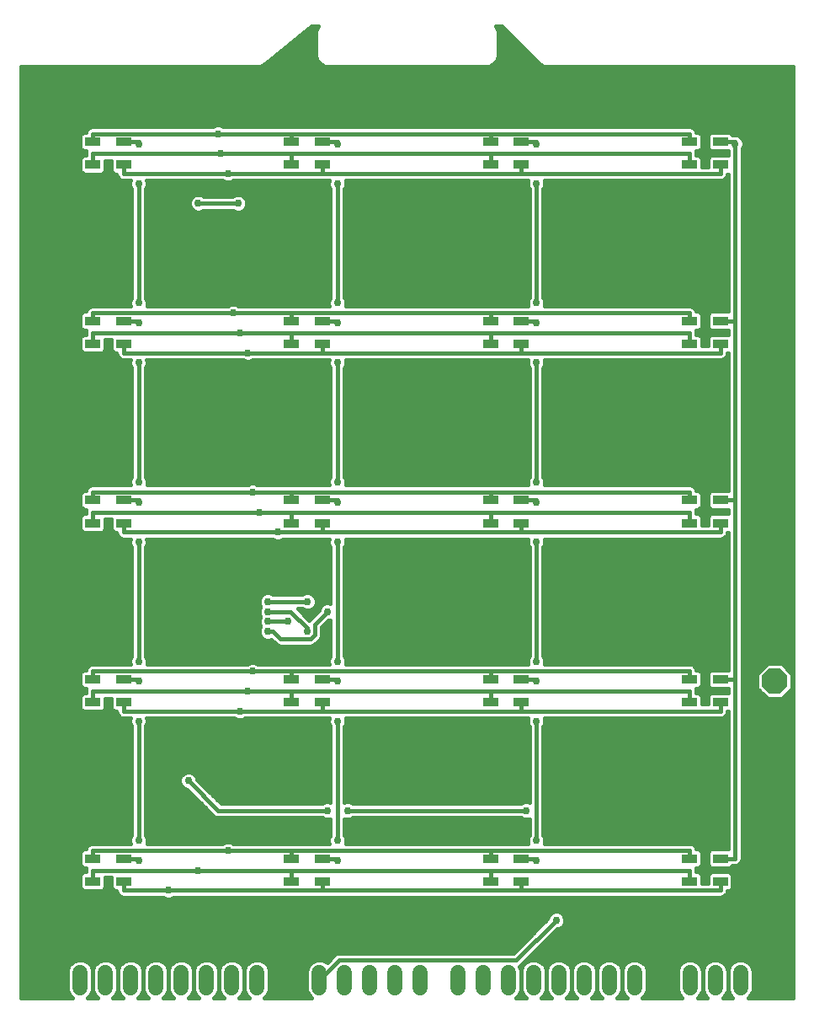
<source format=gtl>
G75*
%MOIN*%
%OFA0B0*%
%FSLAX25Y25*%
%IPPOS*%
%LPD*%
%AMOC8*
5,1,8,0,0,1.08239X$1,22.5*
%
%ADD10OC8,0.10000*%
%ADD11C,0.06000*%
%ADD12R,0.05906X0.03543*%
%ADD13R,0.10000X0.10000*%
%ADD14C,0.02978*%
%ADD15C,0.01600*%
D10*
X0328302Y0120623D03*
X0328302Y0144245D03*
D11*
X0314680Y0029135D02*
X0314680Y0023135D01*
X0304680Y0023135D02*
X0304680Y0029135D01*
X0294680Y0029135D02*
X0294680Y0023135D01*
X0272751Y0023135D02*
X0272751Y0029135D01*
X0262751Y0029135D02*
X0262751Y0023135D01*
X0252751Y0023135D02*
X0252751Y0029135D01*
X0242751Y0029135D02*
X0242751Y0023135D01*
X0232751Y0023135D02*
X0232751Y0029135D01*
X0222751Y0029135D02*
X0222751Y0023135D01*
X0212751Y0023135D02*
X0212751Y0029135D01*
X0202751Y0029135D02*
X0202751Y0023135D01*
X0187948Y0023135D02*
X0187948Y0029135D01*
X0177948Y0029135D02*
X0177948Y0023135D01*
X0167948Y0023135D02*
X0167948Y0029135D01*
X0157948Y0029135D02*
X0157948Y0023135D01*
X0147948Y0023135D02*
X0147948Y0029135D01*
X0137948Y0029135D02*
X0137948Y0023135D01*
X0123145Y0023135D02*
X0123145Y0029135D01*
X0113145Y0029135D02*
X0113145Y0023135D01*
X0103145Y0023135D02*
X0103145Y0029135D01*
X0093145Y0029135D02*
X0093145Y0023135D01*
X0083145Y0023135D02*
X0083145Y0029135D01*
X0073145Y0029135D02*
X0073145Y0023135D01*
X0063145Y0023135D02*
X0063145Y0029135D01*
X0053145Y0029135D02*
X0053145Y0023135D01*
D12*
X0058224Y0065111D03*
X0058224Y0074166D03*
X0070428Y0074166D03*
X0070428Y0065111D03*
X0070428Y0135977D03*
X0070428Y0145032D03*
X0058224Y0145032D03*
X0058224Y0135977D03*
X0058224Y0206843D03*
X0058224Y0215899D03*
X0070428Y0215899D03*
X0070428Y0206843D03*
X0070428Y0277710D03*
X0070428Y0286765D03*
X0058224Y0286765D03*
X0058224Y0277710D03*
X0058224Y0348576D03*
X0058224Y0357631D03*
X0070428Y0357631D03*
X0070428Y0348576D03*
X0136964Y0348576D03*
X0136964Y0357631D03*
X0149169Y0357631D03*
X0149169Y0348576D03*
X0149169Y0286765D03*
X0149169Y0277710D03*
X0136964Y0277710D03*
X0136964Y0286765D03*
X0136964Y0215899D03*
X0136964Y0206843D03*
X0149169Y0206843D03*
X0149169Y0215899D03*
X0149169Y0145032D03*
X0149169Y0135977D03*
X0136964Y0135977D03*
X0136964Y0145032D03*
X0136964Y0074166D03*
X0136964Y0065111D03*
X0149169Y0065111D03*
X0149169Y0074166D03*
X0215704Y0074166D03*
X0215704Y0065111D03*
X0227909Y0065111D03*
X0227909Y0074166D03*
X0227909Y0135977D03*
X0227909Y0145032D03*
X0215704Y0145032D03*
X0215704Y0135977D03*
X0215704Y0206843D03*
X0215704Y0215899D03*
X0227909Y0215899D03*
X0227909Y0206843D03*
X0227909Y0277710D03*
X0227909Y0286765D03*
X0215704Y0286765D03*
X0215704Y0277710D03*
X0215704Y0348576D03*
X0215704Y0357631D03*
X0227909Y0357631D03*
X0227909Y0348576D03*
X0294444Y0348576D03*
X0294444Y0357631D03*
X0306649Y0357631D03*
X0306649Y0348576D03*
X0306649Y0286765D03*
X0306649Y0277710D03*
X0294444Y0277710D03*
X0294444Y0286765D03*
X0294444Y0215899D03*
X0294444Y0206843D03*
X0306649Y0206843D03*
X0306649Y0215899D03*
X0306649Y0145032D03*
X0306649Y0135977D03*
X0294444Y0135977D03*
X0294444Y0145032D03*
X0294444Y0074166D03*
X0294444Y0065111D03*
X0306649Y0065111D03*
X0306649Y0074166D03*
D13*
X0329484Y0084107D03*
X0329484Y0054777D03*
D14*
X0241688Y0049757D03*
X0233814Y0073379D03*
X0233814Y0081253D03*
X0229877Y0093064D03*
X0225940Y0104875D03*
X0233814Y0128497D03*
X0233814Y0144245D03*
X0233814Y0152119D03*
X0225940Y0175741D03*
X0241688Y0175741D03*
X0233814Y0199363D03*
X0233814Y0215111D03*
X0233814Y0222985D03*
X0225940Y0246607D03*
X0241688Y0246607D03*
X0233814Y0270229D03*
X0233814Y0285977D03*
X0233814Y0293851D03*
X0225940Y0329284D03*
X0233814Y0341095D03*
X0241688Y0329284D03*
X0233814Y0356843D03*
X0190507Y0329284D03*
X0159011Y0317473D03*
X0147200Y0317473D03*
X0155074Y0341095D03*
X0155074Y0356843D03*
X0119641Y0313536D03*
X0115704Y0333221D03*
X0111767Y0345032D03*
X0108672Y0352906D03*
X0107830Y0360803D03*
X0099956Y0333221D03*
X0096019Y0313536D03*
X0076334Y0293851D03*
X0076334Y0285977D03*
X0076334Y0270229D03*
X0116349Y0282040D03*
X0113790Y0289936D03*
X0119641Y0274166D03*
X0147200Y0246607D03*
X0155074Y0222985D03*
X0155074Y0215111D03*
X0155074Y0199363D03*
X0143263Y0175741D03*
X0151137Y0171804D03*
X0143189Y0163856D03*
X0135389Y0167867D03*
X0127515Y0167867D03*
X0127515Y0163930D03*
X0127515Y0171804D03*
X0127515Y0175741D03*
X0121467Y0148204D03*
X0119641Y0140308D03*
X0116349Y0132434D03*
X0103893Y0108812D03*
X0096019Y0104875D03*
X0092082Y0097001D03*
X0076334Y0081253D03*
X0076334Y0073379D03*
X0088145Y0061568D03*
X0099956Y0069442D03*
X0111767Y0077338D03*
X0119641Y0100938D03*
X0147200Y0081253D03*
X0155074Y0081253D03*
X0160980Y0083221D03*
X0155074Y0073379D03*
X0151137Y0093064D03*
X0159011Y0093064D03*
X0182633Y0100938D03*
X0182633Y0085190D03*
X0194444Y0097001D03*
X0155074Y0128497D03*
X0155074Y0144245D03*
X0155074Y0152119D03*
X0131452Y0203300D03*
X0124026Y0211174D03*
X0121467Y0219070D03*
X0099956Y0191489D03*
X0076334Y0199363D03*
X0076334Y0215111D03*
X0076334Y0222985D03*
X0076334Y0152119D03*
X0076334Y0144245D03*
X0076334Y0128497D03*
X0155074Y0270229D03*
X0155074Y0285977D03*
X0155074Y0293851D03*
X0076334Y0341095D03*
X0076334Y0356843D03*
X0312554Y0356843D03*
D15*
X0029953Y0387477D02*
X0029953Y0019124D01*
X0050085Y0019124D01*
X0048906Y0020303D01*
X0048145Y0022140D01*
X0048145Y0030129D01*
X0048906Y0031967D01*
X0050313Y0033374D01*
X0052150Y0034135D01*
X0054140Y0034135D01*
X0055977Y0033374D01*
X0057384Y0031967D01*
X0058145Y0030129D01*
X0058145Y0022140D01*
X0057384Y0020303D01*
X0056205Y0019124D01*
X0060085Y0019124D01*
X0058906Y0020303D01*
X0058145Y0022140D01*
X0058145Y0030129D01*
X0058906Y0031967D01*
X0060313Y0033374D01*
X0062150Y0034135D01*
X0064140Y0034135D01*
X0065977Y0033374D01*
X0067384Y0031967D01*
X0068145Y0030129D01*
X0068145Y0022140D01*
X0067384Y0020303D01*
X0066205Y0019124D01*
X0070085Y0019124D01*
X0068906Y0020303D01*
X0068145Y0022140D01*
X0068145Y0030129D01*
X0068906Y0031967D01*
X0070313Y0033374D01*
X0072150Y0034135D01*
X0074140Y0034135D01*
X0075977Y0033374D01*
X0077384Y0031967D01*
X0078145Y0030129D01*
X0078145Y0022140D01*
X0077384Y0020303D01*
X0076205Y0019124D01*
X0080085Y0019124D01*
X0078906Y0020303D01*
X0078145Y0022140D01*
X0078145Y0030129D01*
X0078906Y0031967D01*
X0080313Y0033374D01*
X0082150Y0034135D01*
X0084140Y0034135D01*
X0085977Y0033374D01*
X0087384Y0031967D01*
X0088145Y0030129D01*
X0088145Y0022140D01*
X0087384Y0020303D01*
X0086205Y0019124D01*
X0090085Y0019124D01*
X0088906Y0020303D01*
X0088145Y0022140D01*
X0088145Y0030129D01*
X0088906Y0031967D01*
X0090313Y0033374D01*
X0092150Y0034135D01*
X0094140Y0034135D01*
X0095977Y0033374D01*
X0097384Y0031967D01*
X0098145Y0030129D01*
X0098145Y0022140D01*
X0097384Y0020303D01*
X0096205Y0019124D01*
X0100085Y0019124D01*
X0098906Y0020303D01*
X0098145Y0022140D01*
X0098145Y0030129D01*
X0098906Y0031967D01*
X0100313Y0033374D01*
X0102150Y0034135D01*
X0104140Y0034135D01*
X0105977Y0033374D01*
X0107384Y0031967D01*
X0108145Y0030129D01*
X0108145Y0022140D01*
X0107384Y0020303D01*
X0106205Y0019124D01*
X0110085Y0019124D01*
X0108906Y0020303D01*
X0108145Y0022140D01*
X0108145Y0030129D01*
X0108906Y0031967D01*
X0110313Y0033374D01*
X0112150Y0034135D01*
X0114140Y0034135D01*
X0115977Y0033374D01*
X0117384Y0031967D01*
X0118145Y0030129D01*
X0118145Y0022140D01*
X0117384Y0020303D01*
X0116205Y0019124D01*
X0120085Y0019124D01*
X0118906Y0020303D01*
X0118145Y0022140D01*
X0118145Y0030129D01*
X0118906Y0031967D01*
X0120313Y0033374D01*
X0122150Y0034135D01*
X0124140Y0034135D01*
X0125977Y0033374D01*
X0127384Y0031967D01*
X0128145Y0030129D01*
X0128145Y0022140D01*
X0127384Y0020303D01*
X0126205Y0019124D01*
X0144888Y0019124D01*
X0143709Y0020303D01*
X0142948Y0022140D01*
X0142948Y0030129D01*
X0143709Y0031967D01*
X0145116Y0033374D01*
X0146954Y0034135D01*
X0148943Y0034135D01*
X0150780Y0033374D01*
X0151004Y0033150D01*
X0153448Y0035595D01*
X0154236Y0036383D01*
X0155265Y0036809D01*
X0224780Y0036809D01*
X0238199Y0050228D01*
X0238199Y0050451D01*
X0238730Y0051733D01*
X0239712Y0052715D01*
X0240994Y0053246D01*
X0242382Y0053246D01*
X0243665Y0052715D01*
X0244646Y0051733D01*
X0245177Y0050451D01*
X0245177Y0049063D01*
X0244646Y0047780D01*
X0243665Y0046799D01*
X0242382Y0046268D01*
X0242159Y0046268D01*
X0227526Y0031635D01*
X0227186Y0031494D01*
X0227751Y0030129D01*
X0227751Y0022140D01*
X0226990Y0020303D01*
X0225811Y0019124D01*
X0229691Y0019124D01*
X0228512Y0020303D01*
X0227751Y0022140D01*
X0227751Y0030129D01*
X0228512Y0031967D01*
X0229919Y0033374D01*
X0231757Y0034135D01*
X0233746Y0034135D01*
X0235584Y0033374D01*
X0236990Y0031967D01*
X0237751Y0030129D01*
X0237751Y0022140D01*
X0236990Y0020303D01*
X0235811Y0019124D01*
X0239691Y0019124D01*
X0238512Y0020303D01*
X0237751Y0022140D01*
X0237751Y0030129D01*
X0238512Y0031967D01*
X0239919Y0033374D01*
X0241757Y0034135D01*
X0243746Y0034135D01*
X0245584Y0033374D01*
X0246990Y0031967D01*
X0247751Y0030129D01*
X0247751Y0022140D01*
X0246990Y0020303D01*
X0245811Y0019124D01*
X0249691Y0019124D01*
X0248512Y0020303D01*
X0247751Y0022140D01*
X0247751Y0030129D01*
X0248512Y0031967D01*
X0249919Y0033374D01*
X0251757Y0034135D01*
X0253746Y0034135D01*
X0255584Y0033374D01*
X0256990Y0031967D01*
X0257751Y0030129D01*
X0257751Y0022140D01*
X0256990Y0020303D01*
X0255811Y0019124D01*
X0259691Y0019124D01*
X0258512Y0020303D01*
X0257751Y0022140D01*
X0257751Y0030129D01*
X0258512Y0031967D01*
X0259919Y0033374D01*
X0261757Y0034135D01*
X0263746Y0034135D01*
X0265584Y0033374D01*
X0266990Y0031967D01*
X0267751Y0030129D01*
X0267751Y0022140D01*
X0266990Y0020303D01*
X0265811Y0019124D01*
X0269691Y0019124D01*
X0268512Y0020303D01*
X0267751Y0022140D01*
X0267751Y0030129D01*
X0268512Y0031967D01*
X0269919Y0033374D01*
X0271757Y0034135D01*
X0273746Y0034135D01*
X0275584Y0033374D01*
X0276990Y0031967D01*
X0277751Y0030129D01*
X0277751Y0022140D01*
X0276990Y0020303D01*
X0275811Y0019124D01*
X0291620Y0019124D01*
X0290442Y0020303D01*
X0289680Y0022140D01*
X0289680Y0030129D01*
X0290442Y0031967D01*
X0291848Y0033374D01*
X0293686Y0034135D01*
X0295675Y0034135D01*
X0297513Y0033374D01*
X0298919Y0031967D01*
X0299680Y0030129D01*
X0299680Y0022140D01*
X0298919Y0020303D01*
X0297740Y0019124D01*
X0301620Y0019124D01*
X0300442Y0020303D01*
X0299680Y0022140D01*
X0299680Y0030129D01*
X0300442Y0031967D01*
X0301848Y0033374D01*
X0303686Y0034135D01*
X0305675Y0034135D01*
X0307513Y0033374D01*
X0308919Y0031967D01*
X0309680Y0030129D01*
X0309680Y0022140D01*
X0308919Y0020303D01*
X0307740Y0019124D01*
X0311620Y0019124D01*
X0310442Y0020303D01*
X0309680Y0022140D01*
X0309680Y0030129D01*
X0310442Y0031967D01*
X0311848Y0033374D01*
X0313686Y0034135D01*
X0315675Y0034135D01*
X0317513Y0033374D01*
X0318919Y0031967D01*
X0319680Y0030129D01*
X0319680Y0022140D01*
X0318919Y0020303D01*
X0317740Y0019124D01*
X0335313Y0019124D01*
X0335313Y0387477D01*
X0236796Y0387477D01*
X0235032Y0388207D01*
X0220015Y0403225D01*
X0217843Y0403225D01*
X0218198Y0402870D01*
X0218929Y0401105D01*
X0218929Y0391322D01*
X0218198Y0389558D01*
X0216848Y0388207D01*
X0215084Y0387477D01*
X0150182Y0387477D01*
X0148418Y0388207D01*
X0147068Y0389558D01*
X0146337Y0391322D01*
X0146337Y0401105D01*
X0147068Y0402870D01*
X0147423Y0403225D01*
X0144947Y0403225D01*
X0126784Y0388694D01*
X0126297Y0388207D01*
X0126044Y0388103D01*
X0125831Y0387932D01*
X0125169Y0387740D01*
X0124533Y0387477D01*
X0124259Y0387477D01*
X0123997Y0387400D01*
X0123312Y0387477D01*
X0029953Y0387477D01*
X0029953Y0386777D02*
X0335313Y0386777D01*
X0335313Y0385178D02*
X0029953Y0385178D01*
X0029953Y0383580D02*
X0335313Y0383580D01*
X0335313Y0381981D02*
X0029953Y0381981D01*
X0029953Y0380383D02*
X0335313Y0380383D01*
X0335313Y0378784D02*
X0029953Y0378784D01*
X0029953Y0377186D02*
X0335313Y0377186D01*
X0335313Y0375587D02*
X0029953Y0375587D01*
X0029953Y0373989D02*
X0335313Y0373989D01*
X0335313Y0372390D02*
X0029953Y0372390D01*
X0029953Y0370792D02*
X0335313Y0370792D01*
X0335313Y0369193D02*
X0029953Y0369193D01*
X0029953Y0367595D02*
X0335313Y0367595D01*
X0335313Y0365996D02*
X0029953Y0365996D01*
X0029953Y0364398D02*
X0335313Y0364398D01*
X0335313Y0362799D02*
X0296385Y0362799D01*
X0296030Y0363154D02*
X0295001Y0363580D01*
X0232052Y0363580D01*
X0231998Y0363603D01*
X0109964Y0363603D01*
X0109806Y0363760D01*
X0108524Y0364291D01*
X0107136Y0364291D01*
X0105854Y0363760D01*
X0105696Y0363603D01*
X0066339Y0363603D01*
X0066286Y0363580D01*
X0057667Y0363580D01*
X0056638Y0363154D01*
X0055850Y0362367D01*
X0055451Y0361403D01*
X0054443Y0361403D01*
X0053271Y0360231D01*
X0053271Y0355031D01*
X0054443Y0353859D01*
X0055588Y0353859D01*
X0055424Y0353463D01*
X0055424Y0352347D01*
X0054443Y0352347D01*
X0053271Y0351176D01*
X0053271Y0345976D01*
X0054443Y0344804D01*
X0062005Y0344804D01*
X0063176Y0345976D01*
X0063176Y0350106D01*
X0065476Y0350106D01*
X0065476Y0345976D01*
X0066647Y0344804D01*
X0067628Y0344804D01*
X0067628Y0344475D01*
X0068055Y0343446D01*
X0068842Y0342659D01*
X0069871Y0342232D01*
X0073028Y0342232D01*
X0072845Y0341789D01*
X0072845Y0340401D01*
X0073376Y0339119D01*
X0073534Y0338961D01*
X0073534Y0295985D01*
X0073376Y0295828D01*
X0072845Y0294545D01*
X0072845Y0293157D01*
X0073019Y0292736D01*
X0066339Y0292736D01*
X0066286Y0292714D01*
X0057667Y0292714D01*
X0056638Y0292288D01*
X0055850Y0291500D01*
X0055451Y0290536D01*
X0054443Y0290536D01*
X0053271Y0289365D01*
X0053271Y0284165D01*
X0054443Y0282993D01*
X0055588Y0282993D01*
X0055424Y0282597D01*
X0055424Y0281481D01*
X0054443Y0281481D01*
X0053271Y0280310D01*
X0053271Y0275110D01*
X0054443Y0273938D01*
X0062005Y0273938D01*
X0063176Y0275110D01*
X0063176Y0279240D01*
X0065476Y0279240D01*
X0065476Y0275110D01*
X0066647Y0273938D01*
X0067628Y0273938D01*
X0067628Y0273609D01*
X0068055Y0272580D01*
X0068842Y0271793D01*
X0069871Y0271366D01*
X0073028Y0271366D01*
X0072845Y0270923D01*
X0072845Y0269535D01*
X0073376Y0268253D01*
X0073534Y0268095D01*
X0073534Y0225119D01*
X0073376Y0224962D01*
X0072845Y0223679D01*
X0072845Y0222291D01*
X0073019Y0221870D01*
X0066339Y0221870D01*
X0066286Y0221848D01*
X0057667Y0221848D01*
X0056638Y0221422D01*
X0055850Y0220634D01*
X0055451Y0219670D01*
X0054443Y0219670D01*
X0053271Y0218499D01*
X0053271Y0213298D01*
X0054443Y0212127D01*
X0055588Y0212127D01*
X0055424Y0211731D01*
X0055424Y0210615D01*
X0054443Y0210615D01*
X0053271Y0209444D01*
X0053271Y0204243D01*
X0054443Y0203072D01*
X0062005Y0203072D01*
X0063176Y0204243D01*
X0063176Y0208374D01*
X0065476Y0208374D01*
X0065476Y0204243D01*
X0066647Y0203072D01*
X0067628Y0203072D01*
X0067628Y0202743D01*
X0068055Y0201714D01*
X0068842Y0200926D01*
X0069871Y0200500D01*
X0073028Y0200500D01*
X0072845Y0200057D01*
X0072845Y0198669D01*
X0073376Y0197387D01*
X0073534Y0197229D01*
X0073534Y0154253D01*
X0073376Y0154095D01*
X0072845Y0152813D01*
X0072845Y0151425D01*
X0073019Y0151004D01*
X0066339Y0151004D01*
X0066286Y0150982D01*
X0057667Y0150982D01*
X0056638Y0150556D01*
X0055850Y0149768D01*
X0055451Y0148804D01*
X0054443Y0148804D01*
X0053271Y0147633D01*
X0053271Y0142432D01*
X0054443Y0141261D01*
X0055588Y0141261D01*
X0055424Y0140865D01*
X0055424Y0139749D01*
X0054443Y0139749D01*
X0053271Y0138577D01*
X0053271Y0133377D01*
X0054443Y0132206D01*
X0062005Y0132206D01*
X0063176Y0133377D01*
X0063176Y0137508D01*
X0065476Y0137508D01*
X0065476Y0133377D01*
X0066647Y0132206D01*
X0067628Y0132206D01*
X0067628Y0131877D01*
X0068055Y0130848D01*
X0068842Y0130060D01*
X0069871Y0129634D01*
X0073028Y0129634D01*
X0072845Y0129191D01*
X0072845Y0127803D01*
X0073376Y0126521D01*
X0073534Y0126363D01*
X0073534Y0083387D01*
X0073376Y0083229D01*
X0072845Y0081947D01*
X0072845Y0080559D01*
X0073019Y0080138D01*
X0066339Y0080138D01*
X0066286Y0080116D01*
X0057667Y0080116D01*
X0056638Y0079690D01*
X0055850Y0078902D01*
X0055451Y0077938D01*
X0054443Y0077938D01*
X0053271Y0076766D01*
X0053271Y0071566D01*
X0054443Y0070395D01*
X0055588Y0070395D01*
X0055424Y0069999D01*
X0055424Y0068883D01*
X0054443Y0068883D01*
X0053271Y0067711D01*
X0053271Y0062511D01*
X0054443Y0061340D01*
X0062005Y0061340D01*
X0063176Y0062511D01*
X0063176Y0066642D01*
X0065476Y0066642D01*
X0065476Y0062511D01*
X0066647Y0061340D01*
X0067628Y0061340D01*
X0067628Y0061011D01*
X0068055Y0059982D01*
X0068842Y0059194D01*
X0069871Y0058768D01*
X0086011Y0058768D01*
X0086169Y0058610D01*
X0087451Y0058079D01*
X0088839Y0058079D01*
X0090121Y0058610D01*
X0090279Y0058768D01*
X0307206Y0058768D01*
X0308235Y0059194D01*
X0309023Y0059982D01*
X0309449Y0061011D01*
X0309449Y0061340D01*
X0310430Y0061340D01*
X0311602Y0062511D01*
X0311602Y0067711D01*
X0310430Y0068883D01*
X0302868Y0068883D01*
X0301696Y0067711D01*
X0301696Y0064368D01*
X0299397Y0064368D01*
X0299397Y0067711D01*
X0298225Y0068883D01*
X0297244Y0068883D01*
X0297244Y0069999D01*
X0297080Y0070395D01*
X0298225Y0070395D01*
X0299397Y0071566D01*
X0299397Y0076766D01*
X0298225Y0077938D01*
X0297217Y0077938D01*
X0296818Y0078902D01*
X0296030Y0079690D01*
X0295001Y0080116D01*
X0237120Y0080116D01*
X0237303Y0080559D01*
X0237303Y0081947D01*
X0236772Y0083229D01*
X0236614Y0083387D01*
X0236614Y0126363D01*
X0236772Y0126521D01*
X0237303Y0127803D01*
X0237303Y0129191D01*
X0237120Y0129634D01*
X0307206Y0129634D01*
X0308235Y0130060D01*
X0309023Y0130848D01*
X0309449Y0131877D01*
X0309449Y0132206D01*
X0309754Y0132206D01*
X0309754Y0077938D01*
X0302868Y0077938D01*
X0301696Y0076766D01*
X0301696Y0071566D01*
X0302868Y0070395D01*
X0310430Y0070395D01*
X0311402Y0071366D01*
X0313111Y0071366D01*
X0314140Y0071793D01*
X0314928Y0072580D01*
X0315354Y0073609D01*
X0315354Y0354709D01*
X0315512Y0354867D01*
X0316043Y0356149D01*
X0316043Y0357537D01*
X0315512Y0358820D01*
X0314531Y0359801D01*
X0314212Y0359933D01*
X0314140Y0360005D01*
X0313111Y0360431D01*
X0311402Y0360431D01*
X0310430Y0361403D01*
X0302868Y0361403D01*
X0301696Y0360231D01*
X0301696Y0355031D01*
X0302868Y0353859D01*
X0309754Y0353859D01*
X0309754Y0352347D01*
X0302868Y0352347D01*
X0301696Y0351176D01*
X0301696Y0347832D01*
X0299397Y0347832D01*
X0299397Y0351176D01*
X0298225Y0352347D01*
X0297244Y0352347D01*
X0297244Y0353463D01*
X0297080Y0353859D01*
X0298225Y0353859D01*
X0299397Y0355031D01*
X0299397Y0360231D01*
X0298225Y0361403D01*
X0297217Y0361403D01*
X0296818Y0362367D01*
X0296030Y0363154D01*
X0294444Y0360780D02*
X0231463Y0360780D01*
X0231441Y0360803D01*
X0215704Y0360803D01*
X0215704Y0357631D01*
X0215704Y0360803D02*
X0136964Y0360803D01*
X0136964Y0357631D01*
X0136964Y0360803D02*
X0107830Y0360803D01*
X0066896Y0360803D01*
X0066874Y0360780D01*
X0058224Y0360780D01*
X0058224Y0357631D01*
X0058224Y0352906D02*
X0058224Y0348576D01*
X0058224Y0352906D02*
X0108672Y0352906D01*
X0136964Y0352906D01*
X0136964Y0348576D01*
X0136964Y0352906D02*
X0215704Y0352906D01*
X0215704Y0348576D01*
X0215704Y0352906D02*
X0294444Y0352906D01*
X0294444Y0348576D01*
X0299397Y0348413D02*
X0301696Y0348413D01*
X0301696Y0350011D02*
X0299397Y0350011D01*
X0298963Y0351610D02*
X0302130Y0351610D01*
X0301920Y0354807D02*
X0299173Y0354807D01*
X0299397Y0356405D02*
X0301696Y0356405D01*
X0301696Y0358004D02*
X0299397Y0358004D01*
X0299397Y0359602D02*
X0301696Y0359602D01*
X0302666Y0361201D02*
X0298427Y0361201D01*
X0294444Y0360780D02*
X0294444Y0357631D01*
X0297244Y0353208D02*
X0309754Y0353208D01*
X0312554Y0356843D02*
X0312554Y0357631D01*
X0306649Y0357631D01*
X0310632Y0361201D02*
X0335313Y0361201D01*
X0335313Y0359602D02*
X0314730Y0359602D01*
X0315850Y0358004D02*
X0335313Y0358004D01*
X0335313Y0356405D02*
X0316043Y0356405D01*
X0315452Y0354807D02*
X0335313Y0354807D01*
X0335313Y0353208D02*
X0315354Y0353208D01*
X0315354Y0351610D02*
X0335313Y0351610D01*
X0335313Y0350011D02*
X0315354Y0350011D01*
X0315354Y0348413D02*
X0335313Y0348413D01*
X0335313Y0346814D02*
X0315354Y0346814D01*
X0315354Y0345216D02*
X0335313Y0345216D01*
X0335313Y0343617D02*
X0315354Y0343617D01*
X0315354Y0342019D02*
X0335313Y0342019D01*
X0335313Y0340420D02*
X0315354Y0340420D01*
X0315354Y0338822D02*
X0335313Y0338822D01*
X0335313Y0337223D02*
X0315354Y0337223D01*
X0315354Y0335625D02*
X0335313Y0335625D01*
X0335313Y0334026D02*
X0315354Y0334026D01*
X0315354Y0332428D02*
X0335313Y0332428D01*
X0335313Y0330829D02*
X0315354Y0330829D01*
X0315354Y0329231D02*
X0335313Y0329231D01*
X0335313Y0327632D02*
X0315354Y0327632D01*
X0315354Y0326033D02*
X0335313Y0326033D01*
X0335313Y0324435D02*
X0315354Y0324435D01*
X0315354Y0322836D02*
X0335313Y0322836D01*
X0335313Y0321238D02*
X0315354Y0321238D01*
X0315354Y0319639D02*
X0335313Y0319639D01*
X0335313Y0318041D02*
X0315354Y0318041D01*
X0315354Y0316442D02*
X0335313Y0316442D01*
X0335313Y0314844D02*
X0315354Y0314844D01*
X0315354Y0313245D02*
X0335313Y0313245D01*
X0335313Y0311647D02*
X0315354Y0311647D01*
X0315354Y0310048D02*
X0335313Y0310048D01*
X0335313Y0308450D02*
X0315354Y0308450D01*
X0315354Y0306851D02*
X0335313Y0306851D01*
X0335313Y0305253D02*
X0315354Y0305253D01*
X0315354Y0303654D02*
X0335313Y0303654D01*
X0335313Y0302056D02*
X0315354Y0302056D01*
X0315354Y0300457D02*
X0335313Y0300457D01*
X0335313Y0298859D02*
X0315354Y0298859D01*
X0315354Y0297260D02*
X0335313Y0297260D01*
X0335313Y0295662D02*
X0315354Y0295662D01*
X0315354Y0294063D02*
X0335313Y0294063D01*
X0335313Y0292465D02*
X0315354Y0292465D01*
X0315354Y0290866D02*
X0335313Y0290866D01*
X0335313Y0289268D02*
X0315354Y0289268D01*
X0315354Y0287669D02*
X0335313Y0287669D01*
X0335313Y0286071D02*
X0315354Y0286071D01*
X0315354Y0284472D02*
X0335313Y0284472D01*
X0335313Y0282874D02*
X0315354Y0282874D01*
X0315354Y0281275D02*
X0335313Y0281275D01*
X0335313Y0279677D02*
X0315354Y0279677D01*
X0315354Y0278078D02*
X0335313Y0278078D01*
X0335313Y0276480D02*
X0315354Y0276480D01*
X0315354Y0274881D02*
X0335313Y0274881D01*
X0335313Y0273283D02*
X0315354Y0273283D01*
X0315354Y0271684D02*
X0335313Y0271684D01*
X0335313Y0270086D02*
X0315354Y0270086D01*
X0315354Y0268487D02*
X0335313Y0268487D01*
X0335313Y0266889D02*
X0315354Y0266889D01*
X0315354Y0265290D02*
X0335313Y0265290D01*
X0335313Y0263692D02*
X0315354Y0263692D01*
X0315354Y0262093D02*
X0335313Y0262093D01*
X0335313Y0260495D02*
X0315354Y0260495D01*
X0315354Y0258896D02*
X0335313Y0258896D01*
X0335313Y0257298D02*
X0315354Y0257298D01*
X0315354Y0255699D02*
X0335313Y0255699D01*
X0335313Y0254100D02*
X0315354Y0254100D01*
X0315354Y0252502D02*
X0335313Y0252502D01*
X0335313Y0250903D02*
X0315354Y0250903D01*
X0315354Y0249305D02*
X0335313Y0249305D01*
X0335313Y0247706D02*
X0315354Y0247706D01*
X0315354Y0246108D02*
X0335313Y0246108D01*
X0335313Y0244509D02*
X0315354Y0244509D01*
X0315354Y0242911D02*
X0335313Y0242911D01*
X0335313Y0241312D02*
X0315354Y0241312D01*
X0315354Y0239714D02*
X0335313Y0239714D01*
X0335313Y0238115D02*
X0315354Y0238115D01*
X0315354Y0236517D02*
X0335313Y0236517D01*
X0335313Y0234918D02*
X0315354Y0234918D01*
X0315354Y0233320D02*
X0335313Y0233320D01*
X0335313Y0231721D02*
X0315354Y0231721D01*
X0315354Y0230123D02*
X0335313Y0230123D01*
X0335313Y0228524D02*
X0315354Y0228524D01*
X0315354Y0226926D02*
X0335313Y0226926D01*
X0335313Y0225327D02*
X0315354Y0225327D01*
X0315354Y0223729D02*
X0335313Y0223729D01*
X0335313Y0222130D02*
X0315354Y0222130D01*
X0315354Y0220532D02*
X0335313Y0220532D01*
X0335313Y0218933D02*
X0315354Y0218933D01*
X0315354Y0217335D02*
X0335313Y0217335D01*
X0335313Y0215736D02*
X0315354Y0215736D01*
X0315354Y0214138D02*
X0335313Y0214138D01*
X0335313Y0212539D02*
X0315354Y0212539D01*
X0315354Y0210941D02*
X0335313Y0210941D01*
X0335313Y0209342D02*
X0315354Y0209342D01*
X0315354Y0207744D02*
X0335313Y0207744D01*
X0335313Y0206145D02*
X0315354Y0206145D01*
X0315354Y0204547D02*
X0335313Y0204547D01*
X0335313Y0202948D02*
X0315354Y0202948D01*
X0315354Y0201350D02*
X0335313Y0201350D01*
X0335313Y0199751D02*
X0315354Y0199751D01*
X0315354Y0198153D02*
X0335313Y0198153D01*
X0335313Y0196554D02*
X0315354Y0196554D01*
X0315354Y0194956D02*
X0335313Y0194956D01*
X0335313Y0193357D02*
X0315354Y0193357D01*
X0315354Y0191759D02*
X0335313Y0191759D01*
X0335313Y0190160D02*
X0315354Y0190160D01*
X0315354Y0188562D02*
X0335313Y0188562D01*
X0335313Y0186963D02*
X0315354Y0186963D01*
X0315354Y0185364D02*
X0335313Y0185364D01*
X0335313Y0183766D02*
X0315354Y0183766D01*
X0315354Y0182167D02*
X0335313Y0182167D01*
X0335313Y0180569D02*
X0315354Y0180569D01*
X0315354Y0178970D02*
X0335313Y0178970D01*
X0335313Y0177372D02*
X0315354Y0177372D01*
X0315354Y0175773D02*
X0335313Y0175773D01*
X0335313Y0174175D02*
X0315354Y0174175D01*
X0315354Y0172576D02*
X0335313Y0172576D01*
X0335313Y0170978D02*
X0315354Y0170978D01*
X0315354Y0169379D02*
X0335313Y0169379D01*
X0335313Y0167781D02*
X0315354Y0167781D01*
X0315354Y0166182D02*
X0335313Y0166182D01*
X0335313Y0164584D02*
X0315354Y0164584D01*
X0315354Y0162985D02*
X0335313Y0162985D01*
X0335313Y0161387D02*
X0315354Y0161387D01*
X0315354Y0159788D02*
X0335313Y0159788D01*
X0335313Y0158190D02*
X0315354Y0158190D01*
X0315354Y0156591D02*
X0335313Y0156591D01*
X0335313Y0154993D02*
X0315354Y0154993D01*
X0315354Y0153394D02*
X0335313Y0153394D01*
X0335313Y0151796D02*
X0315354Y0151796D01*
X0315354Y0150197D02*
X0324355Y0150197D01*
X0325403Y0151245D02*
X0321302Y0147145D01*
X0321302Y0141346D01*
X0325403Y0137245D01*
X0331202Y0137245D01*
X0335302Y0141346D01*
X0335302Y0147145D01*
X0331202Y0151245D01*
X0325403Y0151245D01*
X0322757Y0148599D02*
X0315354Y0148599D01*
X0315354Y0147000D02*
X0321302Y0147000D01*
X0321302Y0145402D02*
X0315354Y0145402D01*
X0315354Y0143803D02*
X0321302Y0143803D01*
X0321302Y0142205D02*
X0315354Y0142205D01*
X0315354Y0140606D02*
X0322042Y0140606D01*
X0323640Y0139008D02*
X0315354Y0139008D01*
X0315354Y0137409D02*
X0325239Y0137409D01*
X0331366Y0137409D02*
X0335313Y0137409D01*
X0335313Y0135811D02*
X0315354Y0135811D01*
X0315354Y0134212D02*
X0335313Y0134212D01*
X0335313Y0132614D02*
X0315354Y0132614D01*
X0315354Y0131015D02*
X0335313Y0131015D01*
X0335313Y0129417D02*
X0315354Y0129417D01*
X0315354Y0127818D02*
X0335313Y0127818D01*
X0335313Y0126220D02*
X0315354Y0126220D01*
X0315354Y0124621D02*
X0335313Y0124621D01*
X0335313Y0123023D02*
X0315354Y0123023D01*
X0315354Y0121424D02*
X0335313Y0121424D01*
X0335313Y0119826D02*
X0315354Y0119826D01*
X0315354Y0118227D02*
X0335313Y0118227D01*
X0335313Y0116629D02*
X0315354Y0116629D01*
X0315354Y0115030D02*
X0335313Y0115030D01*
X0335313Y0113431D02*
X0315354Y0113431D01*
X0315354Y0111833D02*
X0335313Y0111833D01*
X0335313Y0110234D02*
X0315354Y0110234D01*
X0315354Y0108636D02*
X0335313Y0108636D01*
X0335313Y0107037D02*
X0315354Y0107037D01*
X0315354Y0105439D02*
X0335313Y0105439D01*
X0335313Y0103840D02*
X0315354Y0103840D01*
X0315354Y0102242D02*
X0335313Y0102242D01*
X0335313Y0100643D02*
X0315354Y0100643D01*
X0315354Y0099045D02*
X0335313Y0099045D01*
X0335313Y0097446D02*
X0315354Y0097446D01*
X0315354Y0095848D02*
X0335313Y0095848D01*
X0335313Y0094249D02*
X0315354Y0094249D01*
X0315354Y0092651D02*
X0335313Y0092651D01*
X0335313Y0091052D02*
X0315354Y0091052D01*
X0315354Y0089454D02*
X0335313Y0089454D01*
X0335313Y0087855D02*
X0315354Y0087855D01*
X0315354Y0086257D02*
X0335313Y0086257D01*
X0335313Y0084658D02*
X0315354Y0084658D01*
X0315354Y0083060D02*
X0335313Y0083060D01*
X0335313Y0081461D02*
X0315354Y0081461D01*
X0315354Y0079863D02*
X0335313Y0079863D01*
X0335313Y0078264D02*
X0315354Y0078264D01*
X0315354Y0076666D02*
X0335313Y0076666D01*
X0335313Y0075067D02*
X0315354Y0075067D01*
X0315296Y0073469D02*
X0335313Y0073469D01*
X0335313Y0071870D02*
X0314218Y0071870D01*
X0312554Y0074166D02*
X0312554Y0145032D01*
X0306649Y0145032D01*
X0309754Y0141261D02*
X0309754Y0139749D01*
X0302868Y0139749D01*
X0301696Y0138577D01*
X0301696Y0135234D01*
X0299397Y0135234D01*
X0299397Y0138577D01*
X0298225Y0139749D01*
X0297244Y0139749D01*
X0297244Y0140865D01*
X0297080Y0141261D01*
X0298225Y0141261D01*
X0299397Y0142432D01*
X0299397Y0147633D01*
X0298225Y0148804D01*
X0297217Y0148804D01*
X0296818Y0149768D01*
X0296030Y0150556D01*
X0295001Y0150982D01*
X0237120Y0150982D01*
X0237303Y0151425D01*
X0237303Y0152813D01*
X0236772Y0154095D01*
X0236614Y0154253D01*
X0236614Y0197229D01*
X0236772Y0197387D01*
X0237303Y0198669D01*
X0237303Y0200057D01*
X0237120Y0200500D01*
X0307206Y0200500D01*
X0308235Y0200926D01*
X0309023Y0201714D01*
X0309449Y0202743D01*
X0309449Y0203072D01*
X0309754Y0203072D01*
X0309754Y0148804D01*
X0302868Y0148804D01*
X0301696Y0147633D01*
X0301696Y0142432D01*
X0302868Y0141261D01*
X0309754Y0141261D01*
X0309754Y0140606D02*
X0297244Y0140606D01*
X0298967Y0139008D02*
X0302126Y0139008D01*
X0301696Y0137409D02*
X0299397Y0137409D01*
X0299397Y0135811D02*
X0301696Y0135811D01*
X0306649Y0135977D02*
X0306649Y0132434D01*
X0227909Y0132434D01*
X0227909Y0135977D01*
X0227909Y0132434D02*
X0149169Y0132434D01*
X0149169Y0135977D01*
X0149169Y0132434D02*
X0116349Y0132434D01*
X0070428Y0132434D01*
X0070428Y0135977D01*
X0066239Y0132614D02*
X0062413Y0132614D01*
X0063176Y0134212D02*
X0065476Y0134212D01*
X0065476Y0135811D02*
X0063176Y0135811D01*
X0063176Y0137409D02*
X0065476Y0137409D01*
X0067985Y0131015D02*
X0029953Y0131015D01*
X0029953Y0129417D02*
X0072938Y0129417D01*
X0072845Y0127818D02*
X0029953Y0127818D01*
X0029953Y0126220D02*
X0073534Y0126220D01*
X0073534Y0124621D02*
X0029953Y0124621D01*
X0029953Y0123023D02*
X0073534Y0123023D01*
X0073534Y0121424D02*
X0029953Y0121424D01*
X0029953Y0119826D02*
X0073534Y0119826D01*
X0073534Y0118227D02*
X0029953Y0118227D01*
X0029953Y0116629D02*
X0073534Y0116629D01*
X0073534Y0115030D02*
X0029953Y0115030D01*
X0029953Y0113431D02*
X0073534Y0113431D01*
X0073534Y0111833D02*
X0029953Y0111833D01*
X0029953Y0110234D02*
X0073534Y0110234D01*
X0073534Y0108636D02*
X0029953Y0108636D01*
X0029953Y0107037D02*
X0073534Y0107037D01*
X0073534Y0105439D02*
X0029953Y0105439D01*
X0029953Y0103840D02*
X0073534Y0103840D01*
X0073534Y0102242D02*
X0029953Y0102242D01*
X0029953Y0100643D02*
X0073534Y0100643D01*
X0073534Y0099045D02*
X0029953Y0099045D01*
X0029953Y0097446D02*
X0073534Y0097446D01*
X0073534Y0095848D02*
X0029953Y0095848D01*
X0029953Y0094249D02*
X0073534Y0094249D01*
X0073534Y0092651D02*
X0029953Y0092651D01*
X0029953Y0091052D02*
X0073534Y0091052D01*
X0073534Y0089454D02*
X0029953Y0089454D01*
X0029953Y0087855D02*
X0073534Y0087855D01*
X0073534Y0086257D02*
X0029953Y0086257D01*
X0029953Y0084658D02*
X0073534Y0084658D01*
X0073306Y0083060D02*
X0029953Y0083060D01*
X0029953Y0081461D02*
X0072845Y0081461D01*
X0076334Y0081253D02*
X0076334Y0128497D01*
X0079639Y0129634D02*
X0114215Y0129634D01*
X0114373Y0129476D01*
X0115655Y0128945D01*
X0117043Y0128945D01*
X0118325Y0129476D01*
X0118483Y0129634D01*
X0151769Y0129634D01*
X0151585Y0129191D01*
X0151585Y0127803D01*
X0152116Y0126521D01*
X0152274Y0126363D01*
X0152274Y0096369D01*
X0151831Y0096553D01*
X0150443Y0096553D01*
X0149161Y0096022D01*
X0149003Y0095864D01*
X0108990Y0095864D01*
X0099508Y0105346D01*
X0099508Y0105569D01*
X0098977Y0106851D01*
X0097995Y0107833D01*
X0096713Y0108364D01*
X0095325Y0108364D01*
X0094043Y0107833D01*
X0093061Y0106851D01*
X0092530Y0105569D01*
X0092530Y0104181D01*
X0093061Y0102899D01*
X0094043Y0101917D01*
X0095325Y0101386D01*
X0095548Y0101386D01*
X0106244Y0090690D01*
X0107273Y0090264D01*
X0149003Y0090264D01*
X0149161Y0090106D01*
X0150443Y0089575D01*
X0151831Y0089575D01*
X0152274Y0089758D01*
X0152274Y0083387D01*
X0152116Y0083229D01*
X0151585Y0081947D01*
X0151585Y0080559D01*
X0151759Y0080138D01*
X0113901Y0080138D01*
X0113743Y0080296D01*
X0112461Y0080827D01*
X0111073Y0080827D01*
X0109791Y0080296D01*
X0109633Y0080138D01*
X0079649Y0080138D01*
X0079823Y0080559D01*
X0079823Y0081947D01*
X0079292Y0083229D01*
X0079134Y0083387D01*
X0079134Y0126363D01*
X0079292Y0126521D01*
X0079823Y0127803D01*
X0079823Y0129191D01*
X0079639Y0129634D01*
X0079729Y0129417D02*
X0114516Y0129417D01*
X0118181Y0129417D02*
X0151679Y0129417D01*
X0151585Y0127818D02*
X0079823Y0127818D01*
X0079134Y0126220D02*
X0152274Y0126220D01*
X0152274Y0124621D02*
X0079134Y0124621D01*
X0079134Y0123023D02*
X0152274Y0123023D01*
X0152274Y0121424D02*
X0079134Y0121424D01*
X0079134Y0119826D02*
X0152274Y0119826D01*
X0152274Y0118227D02*
X0079134Y0118227D01*
X0079134Y0116629D02*
X0152274Y0116629D01*
X0152274Y0115030D02*
X0079134Y0115030D01*
X0079134Y0113431D02*
X0152274Y0113431D01*
X0152274Y0111833D02*
X0079134Y0111833D01*
X0079134Y0110234D02*
X0152274Y0110234D01*
X0152274Y0108636D02*
X0079134Y0108636D01*
X0079134Y0107037D02*
X0093247Y0107037D01*
X0092530Y0105439D02*
X0079134Y0105439D01*
X0079134Y0103840D02*
X0092671Y0103840D01*
X0093718Y0102242D02*
X0079134Y0102242D01*
X0079134Y0100643D02*
X0096291Y0100643D01*
X0097889Y0099045D02*
X0079134Y0099045D01*
X0079134Y0097446D02*
X0099488Y0097446D01*
X0101086Y0095848D02*
X0079134Y0095848D01*
X0079134Y0094249D02*
X0102685Y0094249D01*
X0104283Y0092651D02*
X0079134Y0092651D01*
X0079134Y0091052D02*
X0105882Y0091052D01*
X0107830Y0093064D02*
X0096019Y0104875D01*
X0098791Y0107037D02*
X0152274Y0107037D01*
X0152274Y0105439D02*
X0099508Y0105439D01*
X0101013Y0103840D02*
X0152274Y0103840D01*
X0152274Y0102242D02*
X0102612Y0102242D01*
X0104210Y0100643D02*
X0152274Y0100643D01*
X0152274Y0099045D02*
X0105809Y0099045D01*
X0107407Y0097446D02*
X0152274Y0097446D01*
X0151137Y0093064D02*
X0107830Y0093064D01*
X0111767Y0077338D02*
X0066896Y0077338D01*
X0066874Y0077316D01*
X0058224Y0077316D01*
X0058224Y0074166D01*
X0058224Y0069442D02*
X0058224Y0065111D01*
X0058224Y0069442D02*
X0099956Y0069442D01*
X0136964Y0069442D01*
X0136964Y0065111D01*
X0136964Y0069442D02*
X0215704Y0069442D01*
X0215704Y0065111D01*
X0215704Y0069442D02*
X0294444Y0069442D01*
X0294444Y0065111D01*
X0299397Y0065476D02*
X0301696Y0065476D01*
X0301696Y0067075D02*
X0299397Y0067075D01*
X0298435Y0068673D02*
X0302658Y0068673D01*
X0301696Y0071870D02*
X0299397Y0071870D01*
X0299397Y0073469D02*
X0301696Y0073469D01*
X0301696Y0075067D02*
X0299397Y0075067D01*
X0299397Y0076666D02*
X0301696Y0076666D01*
X0297082Y0078264D02*
X0309754Y0078264D01*
X0309754Y0079863D02*
X0295612Y0079863D01*
X0294444Y0077316D02*
X0231463Y0077316D01*
X0231441Y0077338D01*
X0215704Y0077338D01*
X0215704Y0074166D01*
X0215704Y0077338D02*
X0136964Y0077338D01*
X0136964Y0074166D01*
X0136964Y0077338D02*
X0111767Y0077338D01*
X0088145Y0061568D02*
X0149169Y0061568D01*
X0149169Y0065111D01*
X0149169Y0061568D02*
X0227909Y0061568D01*
X0227909Y0065111D01*
X0227909Y0061568D02*
X0306649Y0061568D01*
X0306649Y0065111D01*
X0309312Y0060681D02*
X0335313Y0060681D01*
X0335313Y0062279D02*
X0311370Y0062279D01*
X0311602Y0063878D02*
X0335313Y0063878D01*
X0335313Y0065476D02*
X0311602Y0065476D01*
X0311602Y0067075D02*
X0335313Y0067075D01*
X0335313Y0068673D02*
X0310640Y0068673D01*
X0312554Y0074166D02*
X0306649Y0074166D01*
X0309754Y0081461D02*
X0237303Y0081461D01*
X0236842Y0083060D02*
X0309754Y0083060D01*
X0309754Y0084658D02*
X0236614Y0084658D01*
X0236614Y0086257D02*
X0309754Y0086257D01*
X0309754Y0087855D02*
X0236614Y0087855D01*
X0236614Y0089454D02*
X0309754Y0089454D01*
X0309754Y0091052D02*
X0236614Y0091052D01*
X0236614Y0092651D02*
X0309754Y0092651D01*
X0309754Y0094249D02*
X0236614Y0094249D01*
X0236614Y0095848D02*
X0309754Y0095848D01*
X0309754Y0097446D02*
X0236614Y0097446D01*
X0236614Y0099045D02*
X0309754Y0099045D01*
X0309754Y0100643D02*
X0236614Y0100643D01*
X0236614Y0102242D02*
X0309754Y0102242D01*
X0309754Y0103840D02*
X0236614Y0103840D01*
X0236614Y0105439D02*
X0309754Y0105439D01*
X0309754Y0107037D02*
X0236614Y0107037D01*
X0236614Y0108636D02*
X0309754Y0108636D01*
X0309754Y0110234D02*
X0236614Y0110234D01*
X0236614Y0111833D02*
X0309754Y0111833D01*
X0309754Y0113431D02*
X0236614Y0113431D01*
X0236614Y0115030D02*
X0309754Y0115030D01*
X0309754Y0116629D02*
X0236614Y0116629D01*
X0236614Y0118227D02*
X0309754Y0118227D01*
X0309754Y0119826D02*
X0236614Y0119826D01*
X0236614Y0121424D02*
X0309754Y0121424D01*
X0309754Y0123023D02*
X0236614Y0123023D01*
X0236614Y0124621D02*
X0309754Y0124621D01*
X0309754Y0126220D02*
X0236614Y0126220D01*
X0237303Y0127818D02*
X0309754Y0127818D01*
X0309754Y0129417D02*
X0237210Y0129417D01*
X0233814Y0128497D02*
X0233814Y0081253D01*
X0230325Y0081461D02*
X0158563Y0081461D01*
X0158563Y0081947D02*
X0158032Y0083229D01*
X0157874Y0083387D01*
X0157874Y0089758D01*
X0158317Y0089575D01*
X0159705Y0089575D01*
X0160987Y0090106D01*
X0161145Y0090264D01*
X0227743Y0090264D01*
X0227901Y0090106D01*
X0229183Y0089575D01*
X0230571Y0089575D01*
X0231014Y0089758D01*
X0231014Y0083387D01*
X0230856Y0083229D01*
X0230325Y0081947D01*
X0230325Y0080559D01*
X0230500Y0080138D01*
X0158389Y0080138D01*
X0158563Y0080559D01*
X0158563Y0081947D01*
X0158102Y0083060D02*
X0230786Y0083060D01*
X0231014Y0084658D02*
X0157874Y0084658D01*
X0157874Y0086257D02*
X0231014Y0086257D01*
X0231014Y0087855D02*
X0157874Y0087855D01*
X0157874Y0089454D02*
X0231014Y0089454D01*
X0229877Y0093064D02*
X0159011Y0093064D01*
X0157874Y0096369D02*
X0157874Y0126363D01*
X0158032Y0126521D01*
X0158563Y0127803D01*
X0158563Y0129191D01*
X0158380Y0129634D01*
X0227352Y0129634D01*
X0230509Y0129634D01*
X0230325Y0129191D01*
X0230325Y0127803D01*
X0230856Y0126521D01*
X0231014Y0126363D01*
X0231014Y0096369D01*
X0230571Y0096553D01*
X0229183Y0096553D01*
X0227901Y0096022D01*
X0227743Y0095864D01*
X0161145Y0095864D01*
X0160987Y0096022D01*
X0159705Y0096553D01*
X0158317Y0096553D01*
X0157874Y0096369D01*
X0157874Y0097446D02*
X0231014Y0097446D01*
X0231014Y0099045D02*
X0157874Y0099045D01*
X0157874Y0100643D02*
X0231014Y0100643D01*
X0231014Y0102242D02*
X0157874Y0102242D01*
X0157874Y0103840D02*
X0231014Y0103840D01*
X0231014Y0105439D02*
X0157874Y0105439D01*
X0157874Y0107037D02*
X0231014Y0107037D01*
X0231014Y0108636D02*
X0157874Y0108636D01*
X0157874Y0110234D02*
X0231014Y0110234D01*
X0231014Y0111833D02*
X0157874Y0111833D01*
X0157874Y0113431D02*
X0231014Y0113431D01*
X0231014Y0115030D02*
X0157874Y0115030D01*
X0157874Y0116629D02*
X0231014Y0116629D01*
X0231014Y0118227D02*
X0157874Y0118227D01*
X0157874Y0119826D02*
X0231014Y0119826D01*
X0231014Y0121424D02*
X0157874Y0121424D01*
X0157874Y0123023D02*
X0231014Y0123023D01*
X0231014Y0124621D02*
X0157874Y0124621D01*
X0157874Y0126220D02*
X0231014Y0126220D01*
X0230325Y0127818D02*
X0158563Y0127818D01*
X0158470Y0129417D02*
X0230419Y0129417D01*
X0233814Y0144245D02*
X0233814Y0145032D01*
X0227909Y0145032D01*
X0231441Y0148204D02*
X0215704Y0148204D01*
X0215704Y0145032D01*
X0215704Y0148204D02*
X0136964Y0148204D01*
X0136964Y0145032D01*
X0136964Y0148204D02*
X0121467Y0148204D01*
X0066896Y0148204D01*
X0066874Y0148182D01*
X0058224Y0148182D01*
X0058224Y0145032D01*
X0058224Y0140308D02*
X0058224Y0135977D01*
X0058224Y0140308D02*
X0119641Y0140308D01*
X0136964Y0140308D01*
X0136964Y0135977D01*
X0136964Y0140308D02*
X0215704Y0140308D01*
X0215704Y0135977D01*
X0215704Y0140308D02*
X0294444Y0140308D01*
X0294444Y0135977D01*
X0299169Y0142205D02*
X0301924Y0142205D01*
X0301696Y0143803D02*
X0299397Y0143803D01*
X0299397Y0145402D02*
X0301696Y0145402D01*
X0301696Y0147000D02*
X0299397Y0147000D01*
X0298431Y0148599D02*
X0302662Y0148599D01*
X0296389Y0150197D02*
X0309754Y0150197D01*
X0309754Y0151796D02*
X0237303Y0151796D01*
X0237062Y0153394D02*
X0309754Y0153394D01*
X0309754Y0154993D02*
X0236614Y0154993D01*
X0236614Y0156591D02*
X0309754Y0156591D01*
X0309754Y0158190D02*
X0236614Y0158190D01*
X0236614Y0159788D02*
X0309754Y0159788D01*
X0309754Y0161387D02*
X0236614Y0161387D01*
X0236614Y0162985D02*
X0309754Y0162985D01*
X0309754Y0164584D02*
X0236614Y0164584D01*
X0236614Y0166182D02*
X0309754Y0166182D01*
X0309754Y0167781D02*
X0236614Y0167781D01*
X0236614Y0169379D02*
X0309754Y0169379D01*
X0309754Y0170978D02*
X0236614Y0170978D01*
X0236614Y0172576D02*
X0309754Y0172576D01*
X0309754Y0174175D02*
X0236614Y0174175D01*
X0236614Y0175773D02*
X0309754Y0175773D01*
X0309754Y0177372D02*
X0236614Y0177372D01*
X0236614Y0178970D02*
X0309754Y0178970D01*
X0309754Y0180569D02*
X0236614Y0180569D01*
X0236614Y0182167D02*
X0309754Y0182167D01*
X0309754Y0183766D02*
X0236614Y0183766D01*
X0236614Y0185364D02*
X0309754Y0185364D01*
X0309754Y0186963D02*
X0236614Y0186963D01*
X0236614Y0188562D02*
X0309754Y0188562D01*
X0309754Y0190160D02*
X0236614Y0190160D01*
X0236614Y0191759D02*
X0309754Y0191759D01*
X0309754Y0193357D02*
X0236614Y0193357D01*
X0236614Y0194956D02*
X0309754Y0194956D01*
X0309754Y0196554D02*
X0236614Y0196554D01*
X0237089Y0198153D02*
X0309754Y0198153D01*
X0309754Y0199751D02*
X0237303Y0199751D01*
X0233814Y0199363D02*
X0233814Y0152119D01*
X0230566Y0153394D02*
X0158322Y0153394D01*
X0158563Y0152813D02*
X0158032Y0154095D01*
X0157874Y0154253D01*
X0157874Y0197229D01*
X0158032Y0197387D01*
X0158563Y0198669D01*
X0158563Y0200057D01*
X0158380Y0200500D01*
X0230509Y0200500D01*
X0230325Y0200057D01*
X0230325Y0198669D01*
X0230856Y0197387D01*
X0231014Y0197229D01*
X0231014Y0154253D01*
X0230856Y0154095D01*
X0230325Y0152813D01*
X0230325Y0151425D01*
X0230500Y0151004D01*
X0158389Y0151004D01*
X0158563Y0151425D01*
X0158563Y0152813D01*
X0158563Y0151796D02*
X0230325Y0151796D01*
X0231014Y0154993D02*
X0157874Y0154993D01*
X0157874Y0156591D02*
X0231014Y0156591D01*
X0231014Y0158190D02*
X0157874Y0158190D01*
X0157874Y0159788D02*
X0231014Y0159788D01*
X0231014Y0161387D02*
X0157874Y0161387D01*
X0157874Y0162985D02*
X0231014Y0162985D01*
X0231014Y0164584D02*
X0157874Y0164584D01*
X0157874Y0166182D02*
X0231014Y0166182D01*
X0231014Y0167781D02*
X0157874Y0167781D01*
X0157874Y0169379D02*
X0231014Y0169379D01*
X0231014Y0170978D02*
X0157874Y0170978D01*
X0157874Y0172576D02*
X0231014Y0172576D01*
X0231014Y0174175D02*
X0157874Y0174175D01*
X0157874Y0175773D02*
X0231014Y0175773D01*
X0231014Y0177372D02*
X0157874Y0177372D01*
X0157874Y0178970D02*
X0231014Y0178970D01*
X0231014Y0180569D02*
X0157874Y0180569D01*
X0157874Y0182167D02*
X0231014Y0182167D01*
X0231014Y0183766D02*
X0157874Y0183766D01*
X0157874Y0185364D02*
X0231014Y0185364D01*
X0231014Y0186963D02*
X0157874Y0186963D01*
X0157874Y0188562D02*
X0231014Y0188562D01*
X0231014Y0190160D02*
X0157874Y0190160D01*
X0157874Y0191759D02*
X0231014Y0191759D01*
X0231014Y0193357D02*
X0157874Y0193357D01*
X0157874Y0194956D02*
X0231014Y0194956D01*
X0231014Y0196554D02*
X0157874Y0196554D01*
X0158349Y0198153D02*
X0230539Y0198153D01*
X0230325Y0199751D02*
X0158563Y0199751D01*
X0155074Y0199363D02*
X0155074Y0152119D01*
X0151826Y0153394D02*
X0079582Y0153394D01*
X0079823Y0152813D02*
X0079292Y0154095D01*
X0079134Y0154253D01*
X0079134Y0197229D01*
X0079292Y0197387D01*
X0079823Y0198669D01*
X0079823Y0200057D01*
X0079639Y0200500D01*
X0129318Y0200500D01*
X0129476Y0200342D01*
X0130758Y0199811D01*
X0132146Y0199811D01*
X0133428Y0200342D01*
X0133586Y0200500D01*
X0151769Y0200500D01*
X0151585Y0200057D01*
X0151585Y0198669D01*
X0152116Y0197387D01*
X0152274Y0197229D01*
X0152274Y0175110D01*
X0151831Y0175293D01*
X0150443Y0175293D01*
X0149161Y0174762D01*
X0148179Y0173780D01*
X0147648Y0172498D01*
X0147648Y0172275D01*
X0144492Y0169118D01*
X0143854Y0168480D01*
X0139393Y0172941D01*
X0141129Y0172941D01*
X0141287Y0172783D01*
X0142569Y0172252D01*
X0143957Y0172252D01*
X0145239Y0172783D01*
X0146221Y0173765D01*
X0146752Y0175047D01*
X0146752Y0176435D01*
X0146221Y0177717D01*
X0145239Y0178699D01*
X0143957Y0179230D01*
X0142569Y0179230D01*
X0141287Y0178699D01*
X0141129Y0178541D01*
X0129649Y0178541D01*
X0129491Y0178699D01*
X0128209Y0179230D01*
X0126821Y0179230D01*
X0125539Y0178699D01*
X0124557Y0177717D01*
X0124026Y0176435D01*
X0124026Y0175047D01*
X0124554Y0173773D01*
X0124026Y0172498D01*
X0124026Y0171110D01*
X0124554Y0169836D01*
X0124026Y0168561D01*
X0124026Y0167173D01*
X0124554Y0165899D01*
X0124026Y0164624D01*
X0124026Y0163236D01*
X0124557Y0161954D01*
X0125539Y0160972D01*
X0126821Y0160441D01*
X0128209Y0160441D01*
X0128868Y0160714D01*
X0130988Y0158593D01*
X0132017Y0158167D01*
X0144942Y0158167D01*
X0145971Y0158593D01*
X0146759Y0159381D01*
X0147664Y0160285D01*
X0148451Y0161073D01*
X0148878Y0162102D01*
X0148878Y0165585D01*
X0151608Y0168315D01*
X0151831Y0168315D01*
X0152274Y0168499D01*
X0152274Y0154253D01*
X0152116Y0154095D01*
X0151585Y0152813D01*
X0151585Y0151425D01*
X0151759Y0151004D01*
X0123601Y0151004D01*
X0123443Y0151162D01*
X0122161Y0151693D01*
X0120773Y0151693D01*
X0119491Y0151162D01*
X0119333Y0151004D01*
X0079649Y0151004D01*
X0079823Y0151425D01*
X0079823Y0152813D01*
X0079823Y0151796D02*
X0151585Y0151796D01*
X0152274Y0154993D02*
X0079134Y0154993D01*
X0079134Y0156591D02*
X0152274Y0156591D01*
X0152274Y0158190D02*
X0144998Y0158190D01*
X0147167Y0159788D02*
X0152274Y0159788D01*
X0152274Y0161387D02*
X0148581Y0161387D01*
X0148878Y0162985D02*
X0152274Y0162985D01*
X0152274Y0164584D02*
X0148878Y0164584D01*
X0149475Y0166182D02*
X0152274Y0166182D01*
X0152274Y0167781D02*
X0151074Y0167781D01*
X0151137Y0171804D02*
X0146078Y0166745D01*
X0146078Y0162659D01*
X0144385Y0160967D01*
X0132574Y0160967D01*
X0129611Y0163930D01*
X0127515Y0163930D01*
X0125124Y0161387D02*
X0079134Y0161387D01*
X0079134Y0162985D02*
X0124130Y0162985D01*
X0124026Y0164584D02*
X0079134Y0164584D01*
X0079134Y0166182D02*
X0124436Y0166182D01*
X0124026Y0167781D02*
X0079134Y0167781D01*
X0079134Y0169379D02*
X0124365Y0169379D01*
X0124081Y0170978D02*
X0079134Y0170978D01*
X0079134Y0172576D02*
X0124059Y0172576D01*
X0124387Y0174175D02*
X0079134Y0174175D01*
X0079134Y0175773D02*
X0124026Y0175773D01*
X0124414Y0177372D02*
X0079134Y0177372D01*
X0079134Y0178970D02*
X0126194Y0178970D01*
X0128836Y0178970D02*
X0141942Y0178970D01*
X0144584Y0178970D02*
X0152274Y0178970D01*
X0152274Y0177372D02*
X0146364Y0177372D01*
X0146752Y0175773D02*
X0152274Y0175773D01*
X0148574Y0174175D02*
X0146391Y0174175D01*
X0147681Y0172576D02*
X0144740Y0172576D01*
X0146351Y0170978D02*
X0141356Y0170978D01*
X0141786Y0172576D02*
X0139758Y0172576D01*
X0136570Y0171804D02*
X0127515Y0171804D01*
X0127515Y0167867D02*
X0135389Y0167867D01*
X0136570Y0171804D02*
X0143189Y0165185D01*
X0143189Y0163856D01*
X0142955Y0169379D02*
X0144753Y0169379D01*
X0143263Y0175741D02*
X0127515Y0175741D01*
X0129793Y0159788D02*
X0079134Y0159788D01*
X0079134Y0158190D02*
X0131962Y0158190D01*
X0149169Y0145032D02*
X0155074Y0145032D01*
X0155074Y0144245D01*
X0155074Y0128497D02*
X0155074Y0081253D01*
X0151585Y0081461D02*
X0079823Y0081461D01*
X0079362Y0083060D02*
X0152046Y0083060D01*
X0152274Y0084658D02*
X0079134Y0084658D01*
X0079134Y0086257D02*
X0152274Y0086257D01*
X0152274Y0087855D02*
X0079134Y0087855D01*
X0079134Y0089454D02*
X0152274Y0089454D01*
X0155074Y0074166D02*
X0149169Y0074166D01*
X0155074Y0074166D02*
X0155074Y0073379D01*
X0155010Y0036703D02*
X0029953Y0036703D01*
X0029953Y0038301D02*
X0226273Y0038301D01*
X0227872Y0039900D02*
X0029953Y0039900D01*
X0029953Y0041498D02*
X0229470Y0041498D01*
X0231069Y0043097D02*
X0029953Y0043097D01*
X0029953Y0044695D02*
X0232667Y0044695D01*
X0234266Y0046294D02*
X0029953Y0046294D01*
X0029953Y0047893D02*
X0235864Y0047893D01*
X0237463Y0049491D02*
X0029953Y0049491D01*
X0029953Y0051090D02*
X0238464Y0051090D01*
X0239685Y0052688D02*
X0029953Y0052688D01*
X0029953Y0054287D02*
X0335313Y0054287D01*
X0335313Y0055885D02*
X0029953Y0055885D01*
X0029953Y0057484D02*
X0335313Y0057484D01*
X0335313Y0059082D02*
X0307964Y0059082D01*
X0297131Y0070272D02*
X0335313Y0070272D01*
X0335313Y0052688D02*
X0243691Y0052688D01*
X0244913Y0051090D02*
X0335313Y0051090D01*
X0335313Y0049491D02*
X0245177Y0049491D01*
X0244692Y0047893D02*
X0335313Y0047893D01*
X0335313Y0046294D02*
X0242445Y0046294D01*
X0240587Y0044695D02*
X0335313Y0044695D01*
X0335313Y0043097D02*
X0238988Y0043097D01*
X0237390Y0041498D02*
X0335313Y0041498D01*
X0335313Y0039900D02*
X0235791Y0039900D01*
X0234193Y0038301D02*
X0335313Y0038301D01*
X0335313Y0036703D02*
X0232594Y0036703D01*
X0230996Y0035104D02*
X0335313Y0035104D01*
X0335313Y0033506D02*
X0317193Y0033506D01*
X0318944Y0031907D02*
X0335313Y0031907D01*
X0335313Y0030309D02*
X0319606Y0030309D01*
X0319680Y0028710D02*
X0335313Y0028710D01*
X0335313Y0027112D02*
X0319680Y0027112D01*
X0319680Y0025513D02*
X0335313Y0025513D01*
X0335313Y0023915D02*
X0319680Y0023915D01*
X0319680Y0022316D02*
X0335313Y0022316D01*
X0335313Y0020718D02*
X0319091Y0020718D01*
X0310270Y0020718D02*
X0309091Y0020718D01*
X0309680Y0022316D02*
X0309680Y0022316D01*
X0309680Y0023915D02*
X0309680Y0023915D01*
X0309680Y0025513D02*
X0309680Y0025513D01*
X0309680Y0027112D02*
X0309680Y0027112D01*
X0309680Y0028710D02*
X0309680Y0028710D01*
X0309606Y0030309D02*
X0309755Y0030309D01*
X0310417Y0031907D02*
X0308944Y0031907D01*
X0307193Y0033506D02*
X0312168Y0033506D01*
X0302168Y0033506D02*
X0297193Y0033506D01*
X0298944Y0031907D02*
X0300417Y0031907D01*
X0299755Y0030309D02*
X0299606Y0030309D01*
X0299680Y0028710D02*
X0299680Y0028710D01*
X0299680Y0027112D02*
X0299680Y0027112D01*
X0299680Y0025513D02*
X0299680Y0025513D01*
X0299680Y0023915D02*
X0299680Y0023915D01*
X0299680Y0022316D02*
X0299680Y0022316D01*
X0299091Y0020718D02*
X0300270Y0020718D01*
X0290270Y0020718D02*
X0277162Y0020718D01*
X0277751Y0022316D02*
X0289680Y0022316D01*
X0289680Y0023915D02*
X0277751Y0023915D01*
X0277751Y0025513D02*
X0289680Y0025513D01*
X0289680Y0027112D02*
X0277751Y0027112D01*
X0277751Y0028710D02*
X0289680Y0028710D01*
X0289755Y0030309D02*
X0277677Y0030309D01*
X0277015Y0031907D02*
X0290417Y0031907D01*
X0292168Y0033506D02*
X0275264Y0033506D01*
X0270238Y0033506D02*
X0265264Y0033506D01*
X0267015Y0031907D02*
X0268488Y0031907D01*
X0267826Y0030309D02*
X0267677Y0030309D01*
X0267751Y0028710D02*
X0267751Y0028710D01*
X0267751Y0027112D02*
X0267751Y0027112D01*
X0267751Y0025513D02*
X0267751Y0025513D01*
X0267751Y0023915D02*
X0267751Y0023915D01*
X0267751Y0022316D02*
X0267751Y0022316D01*
X0267162Y0020718D02*
X0268340Y0020718D01*
X0258340Y0020718D02*
X0257162Y0020718D01*
X0257751Y0022316D02*
X0257751Y0022316D01*
X0257751Y0023915D02*
X0257751Y0023915D01*
X0257751Y0025513D02*
X0257751Y0025513D01*
X0257751Y0027112D02*
X0257751Y0027112D01*
X0257751Y0028710D02*
X0257751Y0028710D01*
X0257677Y0030309D02*
X0257826Y0030309D01*
X0258488Y0031907D02*
X0257015Y0031907D01*
X0255264Y0033506D02*
X0260238Y0033506D01*
X0250238Y0033506D02*
X0245264Y0033506D01*
X0247015Y0031907D02*
X0248488Y0031907D01*
X0247826Y0030309D02*
X0247677Y0030309D01*
X0247751Y0028710D02*
X0247751Y0028710D01*
X0247751Y0027112D02*
X0247751Y0027112D01*
X0247751Y0025513D02*
X0247751Y0025513D01*
X0247751Y0023915D02*
X0247751Y0023915D01*
X0247751Y0022316D02*
X0247751Y0022316D01*
X0247162Y0020718D02*
X0248340Y0020718D01*
X0238340Y0020718D02*
X0237162Y0020718D01*
X0237751Y0022316D02*
X0237751Y0022316D01*
X0237751Y0023915D02*
X0237751Y0023915D01*
X0237751Y0025513D02*
X0237751Y0025513D01*
X0237751Y0027112D02*
X0237751Y0027112D01*
X0237751Y0028710D02*
X0237751Y0028710D01*
X0237677Y0030309D02*
X0237826Y0030309D01*
X0238488Y0031907D02*
X0237015Y0031907D01*
X0235264Y0033506D02*
X0240238Y0033506D01*
X0230238Y0033506D02*
X0229397Y0033506D01*
X0228488Y0031907D02*
X0227799Y0031907D01*
X0227826Y0030309D02*
X0227677Y0030309D01*
X0227751Y0028710D02*
X0227751Y0028710D01*
X0227751Y0027112D02*
X0227751Y0027112D01*
X0227751Y0025513D02*
X0227751Y0025513D01*
X0227751Y0023915D02*
X0227751Y0023915D01*
X0227751Y0022316D02*
X0227751Y0022316D01*
X0227162Y0020718D02*
X0228340Y0020718D01*
X0225940Y0034009D02*
X0241688Y0049757D01*
X0225940Y0034009D02*
X0155822Y0034009D01*
X0147948Y0026135D01*
X0142948Y0025513D02*
X0128145Y0025513D01*
X0128145Y0023915D02*
X0142948Y0023915D01*
X0142948Y0022316D02*
X0128145Y0022316D01*
X0127556Y0020718D02*
X0143537Y0020718D01*
X0142948Y0027112D02*
X0128145Y0027112D01*
X0128145Y0028710D02*
X0142948Y0028710D01*
X0143022Y0030309D02*
X0128071Y0030309D01*
X0127408Y0031907D02*
X0143685Y0031907D01*
X0145435Y0033506D02*
X0125658Y0033506D01*
X0120632Y0033506D02*
X0115658Y0033506D01*
X0117408Y0031907D02*
X0118881Y0031907D01*
X0118219Y0030309D02*
X0118071Y0030309D01*
X0118145Y0028710D02*
X0118145Y0028710D01*
X0118145Y0027112D02*
X0118145Y0027112D01*
X0118145Y0025513D02*
X0118145Y0025513D01*
X0118145Y0023915D02*
X0118145Y0023915D01*
X0118145Y0022316D02*
X0118145Y0022316D01*
X0117556Y0020718D02*
X0118734Y0020718D01*
X0108734Y0020718D02*
X0107556Y0020718D01*
X0108145Y0022316D02*
X0108145Y0022316D01*
X0108145Y0023915D02*
X0108145Y0023915D01*
X0108145Y0025513D02*
X0108145Y0025513D01*
X0108145Y0027112D02*
X0108145Y0027112D01*
X0108145Y0028710D02*
X0108145Y0028710D01*
X0108071Y0030309D02*
X0108219Y0030309D01*
X0108881Y0031907D02*
X0107408Y0031907D01*
X0105658Y0033506D02*
X0110632Y0033506D01*
X0100632Y0033506D02*
X0095658Y0033506D01*
X0097408Y0031907D02*
X0098881Y0031907D01*
X0098219Y0030309D02*
X0098071Y0030309D01*
X0098145Y0028710D02*
X0098145Y0028710D01*
X0098145Y0027112D02*
X0098145Y0027112D01*
X0098145Y0025513D02*
X0098145Y0025513D01*
X0098145Y0023915D02*
X0098145Y0023915D01*
X0098145Y0022316D02*
X0098145Y0022316D01*
X0097556Y0020718D02*
X0098734Y0020718D01*
X0088734Y0020718D02*
X0087556Y0020718D01*
X0088145Y0022316D02*
X0088145Y0022316D01*
X0088145Y0023915D02*
X0088145Y0023915D01*
X0088145Y0025513D02*
X0088145Y0025513D01*
X0088145Y0027112D02*
X0088145Y0027112D01*
X0088145Y0028710D02*
X0088145Y0028710D01*
X0088071Y0030309D02*
X0088219Y0030309D01*
X0088881Y0031907D02*
X0087408Y0031907D01*
X0085658Y0033506D02*
X0090632Y0033506D01*
X0080632Y0033506D02*
X0075658Y0033506D01*
X0077408Y0031907D02*
X0078881Y0031907D01*
X0078219Y0030309D02*
X0078071Y0030309D01*
X0078145Y0028710D02*
X0078145Y0028710D01*
X0078145Y0027112D02*
X0078145Y0027112D01*
X0078145Y0025513D02*
X0078145Y0025513D01*
X0078145Y0023915D02*
X0078145Y0023915D01*
X0078145Y0022316D02*
X0078145Y0022316D01*
X0077556Y0020718D02*
X0078734Y0020718D01*
X0068734Y0020718D02*
X0067556Y0020718D01*
X0068145Y0022316D02*
X0068145Y0022316D01*
X0068145Y0023915D02*
X0068145Y0023915D01*
X0068145Y0025513D02*
X0068145Y0025513D01*
X0068145Y0027112D02*
X0068145Y0027112D01*
X0068145Y0028710D02*
X0068145Y0028710D01*
X0068071Y0030309D02*
X0068219Y0030309D01*
X0068881Y0031907D02*
X0067408Y0031907D01*
X0065658Y0033506D02*
X0070632Y0033506D01*
X0060632Y0033506D02*
X0055658Y0033506D01*
X0057408Y0031907D02*
X0058881Y0031907D01*
X0058219Y0030309D02*
X0058071Y0030309D01*
X0058145Y0028710D02*
X0058145Y0028710D01*
X0058145Y0027112D02*
X0058145Y0027112D01*
X0058145Y0025513D02*
X0058145Y0025513D01*
X0058145Y0023915D02*
X0058145Y0023915D01*
X0058145Y0022316D02*
X0058145Y0022316D01*
X0057556Y0020718D02*
X0058734Y0020718D01*
X0048734Y0020718D02*
X0029953Y0020718D01*
X0029953Y0022316D02*
X0048145Y0022316D01*
X0048145Y0023915D02*
X0029953Y0023915D01*
X0029953Y0025513D02*
X0048145Y0025513D01*
X0048145Y0027112D02*
X0029953Y0027112D01*
X0029953Y0028710D02*
X0048145Y0028710D01*
X0048219Y0030309D02*
X0029953Y0030309D01*
X0029953Y0031907D02*
X0048881Y0031907D01*
X0050632Y0033506D02*
X0029953Y0033506D01*
X0029953Y0035104D02*
X0152958Y0035104D01*
X0151359Y0033506D02*
X0150461Y0033506D01*
X0088145Y0061568D02*
X0070428Y0061568D01*
X0070428Y0065111D01*
X0067765Y0060681D02*
X0029953Y0060681D01*
X0029953Y0062279D02*
X0053503Y0062279D01*
X0053271Y0063878D02*
X0029953Y0063878D01*
X0029953Y0065476D02*
X0053271Y0065476D01*
X0053271Y0067075D02*
X0029953Y0067075D01*
X0029953Y0068673D02*
X0054233Y0068673D01*
X0055537Y0070272D02*
X0029953Y0070272D01*
X0029953Y0071870D02*
X0053271Y0071870D01*
X0053271Y0073469D02*
X0029953Y0073469D01*
X0029953Y0075067D02*
X0053271Y0075067D01*
X0053271Y0076666D02*
X0029953Y0076666D01*
X0029953Y0078264D02*
X0055586Y0078264D01*
X0057056Y0079863D02*
X0029953Y0079863D01*
X0029953Y0059082D02*
X0069113Y0059082D01*
X0065708Y0062279D02*
X0062944Y0062279D01*
X0063176Y0063878D02*
X0065476Y0063878D01*
X0065476Y0065476D02*
X0063176Y0065476D01*
X0070428Y0073379D02*
X0070428Y0074166D01*
X0076334Y0074166D01*
X0076334Y0073379D01*
X0054035Y0132614D02*
X0029953Y0132614D01*
X0029953Y0134212D02*
X0053271Y0134212D01*
X0053271Y0135811D02*
X0029953Y0135811D01*
X0029953Y0137409D02*
X0053271Y0137409D01*
X0053701Y0139008D02*
X0029953Y0139008D01*
X0029953Y0140606D02*
X0055424Y0140606D01*
X0053499Y0142205D02*
X0029953Y0142205D01*
X0029953Y0143803D02*
X0053271Y0143803D01*
X0053271Y0145402D02*
X0029953Y0145402D01*
X0029953Y0147000D02*
X0053271Y0147000D01*
X0054237Y0148599D02*
X0029953Y0148599D01*
X0029953Y0150197D02*
X0056279Y0150197D01*
X0070428Y0145032D02*
X0076334Y0145032D01*
X0076334Y0144245D01*
X0076334Y0152119D02*
X0076334Y0199363D01*
X0079609Y0198153D02*
X0151799Y0198153D01*
X0151585Y0199751D02*
X0079823Y0199751D01*
X0079134Y0196554D02*
X0152274Y0196554D01*
X0152274Y0194956D02*
X0079134Y0194956D01*
X0079134Y0193357D02*
X0152274Y0193357D01*
X0152274Y0191759D02*
X0079134Y0191759D01*
X0079134Y0190160D02*
X0152274Y0190160D01*
X0152274Y0188562D02*
X0079134Y0188562D01*
X0079134Y0186963D02*
X0152274Y0186963D01*
X0152274Y0185364D02*
X0079134Y0185364D01*
X0079134Y0183766D02*
X0152274Y0183766D01*
X0152274Y0182167D02*
X0079134Y0182167D01*
X0079134Y0180569D02*
X0152274Y0180569D01*
X0149169Y0203300D02*
X0131452Y0203300D01*
X0070428Y0203300D01*
X0070428Y0206843D01*
X0067628Y0202948D02*
X0029953Y0202948D01*
X0029953Y0201350D02*
X0068419Y0201350D01*
X0065476Y0204547D02*
X0063176Y0204547D01*
X0063176Y0206145D02*
X0065476Y0206145D01*
X0065476Y0207744D02*
X0063176Y0207744D01*
X0058224Y0206843D02*
X0058224Y0211174D01*
X0124026Y0211174D01*
X0136964Y0211174D01*
X0136964Y0206843D01*
X0136964Y0211174D02*
X0215704Y0211174D01*
X0215704Y0206843D01*
X0215704Y0211174D02*
X0294444Y0211174D01*
X0294444Y0206843D01*
X0297244Y0210615D02*
X0297244Y0211731D01*
X0297080Y0212127D01*
X0298225Y0212127D01*
X0299397Y0213298D01*
X0299397Y0218499D01*
X0298225Y0219670D01*
X0297217Y0219670D01*
X0296818Y0220634D01*
X0296030Y0221422D01*
X0295001Y0221848D01*
X0237120Y0221848D01*
X0237303Y0222291D01*
X0237303Y0223679D01*
X0236772Y0224962D01*
X0236614Y0225119D01*
X0236614Y0268095D01*
X0236772Y0268253D01*
X0237303Y0269535D01*
X0237303Y0270923D01*
X0237120Y0271366D01*
X0307206Y0271366D01*
X0308235Y0271793D01*
X0309023Y0272580D01*
X0309449Y0273609D01*
X0309449Y0273938D01*
X0309754Y0273938D01*
X0309754Y0219670D01*
X0302868Y0219670D01*
X0301696Y0218499D01*
X0301696Y0213298D01*
X0302868Y0212127D01*
X0309754Y0212127D01*
X0309754Y0210615D01*
X0302868Y0210615D01*
X0301696Y0209444D01*
X0301696Y0206100D01*
X0299397Y0206100D01*
X0299397Y0209444D01*
X0298225Y0210615D01*
X0297244Y0210615D01*
X0297244Y0210941D02*
X0309754Y0210941D01*
X0306649Y0206843D02*
X0306649Y0203300D01*
X0227909Y0203300D01*
X0149169Y0203300D01*
X0149169Y0206843D01*
X0155074Y0215111D02*
X0155074Y0215899D01*
X0149169Y0215899D01*
X0151759Y0221870D02*
X0123601Y0221870D01*
X0123443Y0222028D01*
X0122161Y0222559D01*
X0120773Y0222559D01*
X0119491Y0222028D01*
X0119333Y0221870D01*
X0079649Y0221870D01*
X0079823Y0222291D01*
X0079823Y0223679D01*
X0079292Y0224962D01*
X0079134Y0225119D01*
X0079134Y0268095D01*
X0079292Y0268253D01*
X0079823Y0269535D01*
X0079823Y0270923D01*
X0079639Y0271366D01*
X0117507Y0271366D01*
X0117665Y0271208D01*
X0118947Y0270677D01*
X0120335Y0270677D01*
X0121617Y0271208D01*
X0121775Y0271366D01*
X0151769Y0271366D01*
X0151585Y0270923D01*
X0151585Y0269535D01*
X0152116Y0268253D01*
X0152274Y0268095D01*
X0152274Y0225119D01*
X0152116Y0224962D01*
X0151585Y0223679D01*
X0151585Y0222291D01*
X0151759Y0221870D01*
X0151652Y0222130D02*
X0123197Y0222130D01*
X0119737Y0222130D02*
X0079756Y0222130D01*
X0079802Y0223729D02*
X0151606Y0223729D01*
X0152274Y0225327D02*
X0079134Y0225327D01*
X0079134Y0226926D02*
X0152274Y0226926D01*
X0152274Y0228524D02*
X0079134Y0228524D01*
X0079134Y0230123D02*
X0152274Y0230123D01*
X0152274Y0231721D02*
X0079134Y0231721D01*
X0079134Y0233320D02*
X0152274Y0233320D01*
X0152274Y0234918D02*
X0079134Y0234918D01*
X0079134Y0236517D02*
X0152274Y0236517D01*
X0152274Y0238115D02*
X0079134Y0238115D01*
X0079134Y0239714D02*
X0152274Y0239714D01*
X0152274Y0241312D02*
X0079134Y0241312D01*
X0079134Y0242911D02*
X0152274Y0242911D01*
X0152274Y0244509D02*
X0079134Y0244509D01*
X0079134Y0246108D02*
X0152274Y0246108D01*
X0152274Y0247706D02*
X0079134Y0247706D01*
X0079134Y0249305D02*
X0152274Y0249305D01*
X0152274Y0250903D02*
X0079134Y0250903D01*
X0079134Y0252502D02*
X0152274Y0252502D01*
X0152274Y0254100D02*
X0079134Y0254100D01*
X0079134Y0255699D02*
X0152274Y0255699D01*
X0152274Y0257298D02*
X0079134Y0257298D01*
X0079134Y0258896D02*
X0152274Y0258896D01*
X0152274Y0260495D02*
X0079134Y0260495D01*
X0079134Y0262093D02*
X0152274Y0262093D01*
X0152274Y0263692D02*
X0079134Y0263692D01*
X0079134Y0265290D02*
X0152274Y0265290D01*
X0152274Y0266889D02*
X0079134Y0266889D01*
X0079389Y0268487D02*
X0152019Y0268487D01*
X0151585Y0270086D02*
X0079823Y0270086D01*
X0076334Y0270229D02*
X0076334Y0222985D01*
X0072912Y0222130D02*
X0029953Y0222130D01*
X0029953Y0220532D02*
X0055808Y0220532D01*
X0053706Y0218933D02*
X0029953Y0218933D01*
X0029953Y0217335D02*
X0053271Y0217335D01*
X0053271Y0215736D02*
X0029953Y0215736D01*
X0029953Y0214138D02*
X0053271Y0214138D01*
X0054030Y0212539D02*
X0029953Y0212539D01*
X0029953Y0210941D02*
X0055424Y0210941D01*
X0053271Y0209342D02*
X0029953Y0209342D01*
X0029953Y0207744D02*
X0053271Y0207744D01*
X0053271Y0206145D02*
X0029953Y0206145D01*
X0029953Y0204547D02*
X0053271Y0204547D01*
X0058224Y0215899D02*
X0058224Y0219048D01*
X0066874Y0219048D01*
X0066896Y0219070D01*
X0121467Y0219070D01*
X0136964Y0219070D01*
X0136964Y0215899D01*
X0136964Y0219070D02*
X0215704Y0219070D01*
X0215704Y0215899D01*
X0215704Y0219070D02*
X0231441Y0219070D01*
X0231463Y0219048D01*
X0294444Y0219048D01*
X0294444Y0215899D01*
X0299397Y0215736D02*
X0301696Y0215736D01*
X0301696Y0214138D02*
X0299397Y0214138D01*
X0298638Y0212539D02*
X0302455Y0212539D01*
X0301696Y0209342D02*
X0299397Y0209342D01*
X0299397Y0207744D02*
X0301696Y0207744D01*
X0301696Y0206145D02*
X0299397Y0206145D01*
X0308658Y0201350D02*
X0309754Y0201350D01*
X0309754Y0202948D02*
X0309449Y0202948D01*
X0306649Y0215899D02*
X0312554Y0215899D01*
X0312554Y0145032D01*
X0309754Y0131015D02*
X0309092Y0131015D01*
X0294444Y0145032D02*
X0294444Y0148182D01*
X0231463Y0148182D01*
X0231441Y0148204D01*
X0227909Y0203300D02*
X0227909Y0206843D01*
X0233814Y0215111D02*
X0233814Y0215899D01*
X0227909Y0215899D01*
X0230500Y0221870D02*
X0158389Y0221870D01*
X0158563Y0222291D01*
X0158563Y0223679D01*
X0158032Y0224962D01*
X0157874Y0225119D01*
X0157874Y0268095D01*
X0158032Y0268253D01*
X0158563Y0269535D01*
X0158563Y0270923D01*
X0158380Y0271366D01*
X0230509Y0271366D01*
X0230325Y0270923D01*
X0230325Y0269535D01*
X0230856Y0268253D01*
X0231014Y0268095D01*
X0231014Y0225119D01*
X0230856Y0224962D01*
X0230325Y0223679D01*
X0230325Y0222291D01*
X0230500Y0221870D01*
X0230392Y0222130D02*
X0158496Y0222130D01*
X0158543Y0223729D02*
X0230346Y0223729D01*
X0231014Y0225327D02*
X0157874Y0225327D01*
X0157874Y0226926D02*
X0231014Y0226926D01*
X0231014Y0228524D02*
X0157874Y0228524D01*
X0157874Y0230123D02*
X0231014Y0230123D01*
X0231014Y0231721D02*
X0157874Y0231721D01*
X0157874Y0233320D02*
X0231014Y0233320D01*
X0231014Y0234918D02*
X0157874Y0234918D01*
X0157874Y0236517D02*
X0231014Y0236517D01*
X0231014Y0238115D02*
X0157874Y0238115D01*
X0157874Y0239714D02*
X0231014Y0239714D01*
X0231014Y0241312D02*
X0157874Y0241312D01*
X0157874Y0242911D02*
X0231014Y0242911D01*
X0231014Y0244509D02*
X0157874Y0244509D01*
X0157874Y0246108D02*
X0231014Y0246108D01*
X0231014Y0247706D02*
X0157874Y0247706D01*
X0157874Y0249305D02*
X0231014Y0249305D01*
X0231014Y0250903D02*
X0157874Y0250903D01*
X0157874Y0252502D02*
X0231014Y0252502D01*
X0231014Y0254100D02*
X0157874Y0254100D01*
X0157874Y0255699D02*
X0231014Y0255699D01*
X0231014Y0257298D02*
X0157874Y0257298D01*
X0157874Y0258896D02*
X0231014Y0258896D01*
X0231014Y0260495D02*
X0157874Y0260495D01*
X0157874Y0262093D02*
X0231014Y0262093D01*
X0231014Y0263692D02*
X0157874Y0263692D01*
X0157874Y0265290D02*
X0231014Y0265290D01*
X0231014Y0266889D02*
X0157874Y0266889D01*
X0158129Y0268487D02*
X0230759Y0268487D01*
X0230325Y0270086D02*
X0158563Y0270086D01*
X0155074Y0270229D02*
X0155074Y0222985D01*
X0149169Y0274166D02*
X0119641Y0274166D01*
X0070428Y0274166D01*
X0070428Y0277710D01*
X0067764Y0273283D02*
X0029953Y0273283D01*
X0029953Y0274881D02*
X0053499Y0274881D01*
X0053271Y0276480D02*
X0029953Y0276480D01*
X0029953Y0278078D02*
X0053271Y0278078D01*
X0053271Y0279677D02*
X0029953Y0279677D01*
X0029953Y0281275D02*
X0054236Y0281275D01*
X0055538Y0282874D02*
X0029953Y0282874D01*
X0029953Y0284472D02*
X0053271Y0284472D01*
X0053271Y0286071D02*
X0029953Y0286071D01*
X0029953Y0287669D02*
X0053271Y0287669D01*
X0053271Y0289268D02*
X0029953Y0289268D01*
X0029953Y0290866D02*
X0055587Y0290866D01*
X0057064Y0292465D02*
X0029953Y0292465D01*
X0029953Y0294063D02*
X0072845Y0294063D01*
X0073307Y0295662D02*
X0029953Y0295662D01*
X0029953Y0297260D02*
X0073534Y0297260D01*
X0073534Y0298859D02*
X0029953Y0298859D01*
X0029953Y0300457D02*
X0073534Y0300457D01*
X0073534Y0302056D02*
X0029953Y0302056D01*
X0029953Y0303654D02*
X0073534Y0303654D01*
X0073534Y0305253D02*
X0029953Y0305253D01*
X0029953Y0306851D02*
X0073534Y0306851D01*
X0073534Y0308450D02*
X0029953Y0308450D01*
X0029953Y0310048D02*
X0073534Y0310048D01*
X0073534Y0311647D02*
X0029953Y0311647D01*
X0029953Y0313245D02*
X0073534Y0313245D01*
X0073534Y0314844D02*
X0029953Y0314844D01*
X0029953Y0316442D02*
X0073534Y0316442D01*
X0073534Y0318041D02*
X0029953Y0318041D01*
X0029953Y0319639D02*
X0073534Y0319639D01*
X0073534Y0321238D02*
X0029953Y0321238D01*
X0029953Y0322836D02*
X0073534Y0322836D01*
X0073534Y0324435D02*
X0029953Y0324435D01*
X0029953Y0326033D02*
X0073534Y0326033D01*
X0073534Y0327632D02*
X0029953Y0327632D01*
X0029953Y0329231D02*
X0073534Y0329231D01*
X0073534Y0330829D02*
X0029953Y0330829D01*
X0029953Y0332428D02*
X0073534Y0332428D01*
X0073534Y0334026D02*
X0029953Y0334026D01*
X0029953Y0335625D02*
X0073534Y0335625D01*
X0073534Y0337223D02*
X0029953Y0337223D01*
X0029953Y0338822D02*
X0073534Y0338822D01*
X0072845Y0340420D02*
X0029953Y0340420D01*
X0029953Y0342019D02*
X0072940Y0342019D01*
X0076334Y0341095D02*
X0076334Y0293851D01*
X0079823Y0294063D02*
X0151585Y0294063D01*
X0151585Y0294545D02*
X0151585Y0293157D01*
X0151759Y0292736D01*
X0115924Y0292736D01*
X0115766Y0292894D01*
X0114484Y0293425D01*
X0113096Y0293425D01*
X0111813Y0292894D01*
X0111656Y0292736D01*
X0079649Y0292736D01*
X0079823Y0293157D01*
X0079823Y0294545D01*
X0079292Y0295828D01*
X0079134Y0295985D01*
X0079134Y0338961D01*
X0079292Y0339119D01*
X0079823Y0340401D01*
X0079823Y0341789D01*
X0079639Y0342232D01*
X0109633Y0342232D01*
X0109791Y0342075D01*
X0111073Y0341543D01*
X0112461Y0341543D01*
X0113743Y0342075D01*
X0113901Y0342232D01*
X0151769Y0342232D01*
X0151585Y0341789D01*
X0151585Y0340401D01*
X0152116Y0339119D01*
X0152274Y0338961D01*
X0152274Y0295985D01*
X0152116Y0295828D01*
X0151585Y0294545D01*
X0152048Y0295662D02*
X0079360Y0295662D01*
X0079134Y0297260D02*
X0152274Y0297260D01*
X0152274Y0298859D02*
X0079134Y0298859D01*
X0079134Y0300457D02*
X0152274Y0300457D01*
X0152274Y0302056D02*
X0079134Y0302056D01*
X0079134Y0303654D02*
X0152274Y0303654D01*
X0152274Y0305253D02*
X0079134Y0305253D01*
X0079134Y0306851D02*
X0152274Y0306851D01*
X0152274Y0308450D02*
X0079134Y0308450D01*
X0079134Y0310048D02*
X0152274Y0310048D01*
X0152274Y0311647D02*
X0079134Y0311647D01*
X0079134Y0313245D02*
X0152274Y0313245D01*
X0152274Y0314844D02*
X0079134Y0314844D01*
X0079134Y0316442D02*
X0152274Y0316442D01*
X0152274Y0318041D02*
X0079134Y0318041D01*
X0079134Y0319639D02*
X0152274Y0319639D01*
X0152274Y0321238D02*
X0079134Y0321238D01*
X0079134Y0322836D02*
X0152274Y0322836D01*
X0152274Y0324435D02*
X0079134Y0324435D01*
X0079134Y0326033D02*
X0152274Y0326033D01*
X0152274Y0327632D02*
X0079134Y0327632D01*
X0079134Y0329231D02*
X0152274Y0329231D01*
X0152274Y0330829D02*
X0118246Y0330829D01*
X0118662Y0331245D02*
X0119193Y0332527D01*
X0119193Y0333915D01*
X0118662Y0335198D01*
X0117680Y0336179D01*
X0116398Y0336710D01*
X0115010Y0336710D01*
X0113728Y0336179D01*
X0113570Y0336021D01*
X0102090Y0336021D01*
X0101932Y0336179D01*
X0100650Y0336710D01*
X0099262Y0336710D01*
X0097980Y0336179D01*
X0096998Y0335198D01*
X0096467Y0333915D01*
X0096467Y0332527D01*
X0096998Y0331245D01*
X0097980Y0330264D01*
X0099262Y0329732D01*
X0100650Y0329732D01*
X0101932Y0330264D01*
X0102090Y0330421D01*
X0113570Y0330421D01*
X0113728Y0330264D01*
X0115010Y0329732D01*
X0116398Y0329732D01*
X0117680Y0330264D01*
X0118662Y0331245D01*
X0119152Y0332428D02*
X0152274Y0332428D01*
X0152274Y0334026D02*
X0119147Y0334026D01*
X0118235Y0335625D02*
X0152274Y0335625D01*
X0152274Y0337223D02*
X0079134Y0337223D01*
X0079134Y0335625D02*
X0097425Y0335625D01*
X0096513Y0334026D02*
X0079134Y0334026D01*
X0079134Y0332428D02*
X0096508Y0332428D01*
X0097414Y0330829D02*
X0079134Y0330829D01*
X0079134Y0338822D02*
X0152274Y0338822D01*
X0151585Y0340420D02*
X0079823Y0340420D01*
X0079728Y0342019D02*
X0109926Y0342019D01*
X0111767Y0345032D02*
X0070428Y0345032D01*
X0070428Y0348576D01*
X0066236Y0345216D02*
X0062416Y0345216D01*
X0063176Y0346814D02*
X0065476Y0346814D01*
X0065476Y0348413D02*
X0063176Y0348413D01*
X0063176Y0350011D02*
X0065476Y0350011D01*
X0067984Y0343617D02*
X0029953Y0343617D01*
X0029953Y0345216D02*
X0054031Y0345216D01*
X0053271Y0346814D02*
X0029953Y0346814D01*
X0029953Y0348413D02*
X0053271Y0348413D01*
X0053271Y0350011D02*
X0029953Y0350011D01*
X0029953Y0351610D02*
X0053705Y0351610D01*
X0055424Y0353208D02*
X0029953Y0353208D01*
X0029953Y0354807D02*
X0053495Y0354807D01*
X0053271Y0356405D02*
X0029953Y0356405D01*
X0029953Y0358004D02*
X0053271Y0358004D01*
X0053271Y0359602D02*
X0029953Y0359602D01*
X0029953Y0361201D02*
X0054241Y0361201D01*
X0056283Y0362799D02*
X0029953Y0362799D01*
X0070428Y0357631D02*
X0076334Y0357631D01*
X0076334Y0356843D01*
X0099956Y0333221D02*
X0115704Y0333221D01*
X0113608Y0342019D02*
X0151680Y0342019D01*
X0155074Y0341095D02*
X0155074Y0293851D01*
X0158563Y0294063D02*
X0230325Y0294063D01*
X0230325Y0294545D02*
X0230325Y0293157D01*
X0230500Y0292736D01*
X0158389Y0292736D01*
X0158563Y0293157D01*
X0158563Y0294545D01*
X0158032Y0295828D01*
X0157874Y0295985D01*
X0157874Y0338961D01*
X0158032Y0339119D01*
X0158563Y0340401D01*
X0158563Y0341789D01*
X0158380Y0342232D01*
X0230509Y0342232D01*
X0230325Y0341789D01*
X0230325Y0340401D01*
X0230856Y0339119D01*
X0231014Y0338961D01*
X0231014Y0295985D01*
X0230856Y0295828D01*
X0230325Y0294545D01*
X0230788Y0295662D02*
X0158101Y0295662D01*
X0157874Y0297260D02*
X0231014Y0297260D01*
X0231014Y0298859D02*
X0157874Y0298859D01*
X0157874Y0300457D02*
X0231014Y0300457D01*
X0231014Y0302056D02*
X0157874Y0302056D01*
X0157874Y0303654D02*
X0231014Y0303654D01*
X0231014Y0305253D02*
X0157874Y0305253D01*
X0157874Y0306851D02*
X0231014Y0306851D01*
X0231014Y0308450D02*
X0157874Y0308450D01*
X0157874Y0310048D02*
X0231014Y0310048D01*
X0231014Y0311647D02*
X0157874Y0311647D01*
X0157874Y0313245D02*
X0231014Y0313245D01*
X0231014Y0314844D02*
X0157874Y0314844D01*
X0157874Y0316442D02*
X0231014Y0316442D01*
X0231014Y0318041D02*
X0157874Y0318041D01*
X0157874Y0319639D02*
X0231014Y0319639D01*
X0231014Y0321238D02*
X0157874Y0321238D01*
X0157874Y0322836D02*
X0231014Y0322836D01*
X0231014Y0324435D02*
X0157874Y0324435D01*
X0157874Y0326033D02*
X0231014Y0326033D01*
X0231014Y0327632D02*
X0157874Y0327632D01*
X0157874Y0329231D02*
X0231014Y0329231D01*
X0231014Y0330829D02*
X0157874Y0330829D01*
X0157874Y0332428D02*
X0231014Y0332428D01*
X0231014Y0334026D02*
X0157874Y0334026D01*
X0157874Y0335625D02*
X0231014Y0335625D01*
X0231014Y0337223D02*
X0157874Y0337223D01*
X0157874Y0338822D02*
X0231014Y0338822D01*
X0230325Y0340420D02*
X0158563Y0340420D01*
X0158468Y0342019D02*
X0230420Y0342019D01*
X0233814Y0341095D02*
X0233814Y0293851D01*
X0237303Y0294063D02*
X0309754Y0294063D01*
X0309754Y0292465D02*
X0295604Y0292465D01*
X0296030Y0292288D02*
X0295001Y0292714D01*
X0237120Y0292714D01*
X0237303Y0293157D01*
X0237303Y0294545D01*
X0236772Y0295828D01*
X0236614Y0295985D01*
X0236614Y0338961D01*
X0236772Y0339119D01*
X0237303Y0340401D01*
X0237303Y0341789D01*
X0237120Y0342232D01*
X0307206Y0342232D01*
X0308235Y0342659D01*
X0309023Y0343446D01*
X0309449Y0344475D01*
X0309449Y0344804D01*
X0309754Y0344804D01*
X0309754Y0290536D01*
X0302868Y0290536D01*
X0301696Y0289365D01*
X0301696Y0284165D01*
X0302868Y0282993D01*
X0309754Y0282993D01*
X0309754Y0281481D01*
X0302868Y0281481D01*
X0301696Y0280310D01*
X0301696Y0276966D01*
X0299397Y0276966D01*
X0299397Y0280310D01*
X0298225Y0281481D01*
X0297244Y0281481D01*
X0297244Y0282597D01*
X0297080Y0282993D01*
X0298225Y0282993D01*
X0299397Y0284165D01*
X0299397Y0289365D01*
X0298225Y0290536D01*
X0297217Y0290536D01*
X0296818Y0291500D01*
X0296030Y0292288D01*
X0297081Y0290866D02*
X0309754Y0290866D01*
X0309754Y0295662D02*
X0236841Y0295662D01*
X0236614Y0297260D02*
X0309754Y0297260D01*
X0309754Y0298859D02*
X0236614Y0298859D01*
X0236614Y0300457D02*
X0309754Y0300457D01*
X0309754Y0302056D02*
X0236614Y0302056D01*
X0236614Y0303654D02*
X0309754Y0303654D01*
X0309754Y0305253D02*
X0236614Y0305253D01*
X0236614Y0306851D02*
X0309754Y0306851D01*
X0309754Y0308450D02*
X0236614Y0308450D01*
X0236614Y0310048D02*
X0309754Y0310048D01*
X0309754Y0311647D02*
X0236614Y0311647D01*
X0236614Y0313245D02*
X0309754Y0313245D01*
X0309754Y0314844D02*
X0236614Y0314844D01*
X0236614Y0316442D02*
X0309754Y0316442D01*
X0309754Y0318041D02*
X0236614Y0318041D01*
X0236614Y0319639D02*
X0309754Y0319639D01*
X0309754Y0321238D02*
X0236614Y0321238D01*
X0236614Y0322836D02*
X0309754Y0322836D01*
X0309754Y0324435D02*
X0236614Y0324435D01*
X0236614Y0326033D02*
X0309754Y0326033D01*
X0309754Y0327632D02*
X0236614Y0327632D01*
X0236614Y0329231D02*
X0309754Y0329231D01*
X0309754Y0330829D02*
X0236614Y0330829D01*
X0236614Y0332428D02*
X0309754Y0332428D01*
X0309754Y0334026D02*
X0236614Y0334026D01*
X0236614Y0335625D02*
X0309754Y0335625D01*
X0309754Y0337223D02*
X0236614Y0337223D01*
X0236614Y0338822D02*
X0309754Y0338822D01*
X0309754Y0340420D02*
X0237303Y0340420D01*
X0237208Y0342019D02*
X0309754Y0342019D01*
X0309754Y0343617D02*
X0309093Y0343617D01*
X0306649Y0345032D02*
X0306649Y0348576D01*
X0306649Y0345032D02*
X0227909Y0345032D01*
X0227909Y0348576D01*
X0227909Y0345032D02*
X0149169Y0345032D01*
X0149169Y0348576D01*
X0149169Y0345032D02*
X0111767Y0345032D01*
X0149169Y0357631D02*
X0155074Y0357631D01*
X0155074Y0356843D01*
X0148250Y0388375D02*
X0126465Y0388375D01*
X0128384Y0389974D02*
X0146895Y0389974D01*
X0146337Y0391572D02*
X0130382Y0391572D01*
X0132380Y0393171D02*
X0146337Y0393171D01*
X0146337Y0394769D02*
X0134378Y0394769D01*
X0136376Y0396368D02*
X0146337Y0396368D01*
X0146337Y0397966D02*
X0138374Y0397966D01*
X0140372Y0399565D02*
X0146337Y0399565D01*
X0146361Y0401164D02*
X0142370Y0401164D01*
X0144369Y0402762D02*
X0147023Y0402762D01*
X0218243Y0402762D02*
X0220478Y0402762D01*
X0218905Y0401164D02*
X0222076Y0401164D01*
X0223675Y0399565D02*
X0218929Y0399565D01*
X0218929Y0397966D02*
X0225273Y0397966D01*
X0226872Y0396368D02*
X0218929Y0396368D01*
X0218929Y0394769D02*
X0228470Y0394769D01*
X0230069Y0393171D02*
X0218929Y0393171D01*
X0218929Y0391572D02*
X0231667Y0391572D01*
X0233266Y0389974D02*
X0218371Y0389974D01*
X0217016Y0388375D02*
X0234864Y0388375D01*
X0233814Y0357631D02*
X0227909Y0357631D01*
X0233814Y0357631D02*
X0233814Y0356843D01*
X0231441Y0289936D02*
X0215704Y0289936D01*
X0215704Y0286765D01*
X0215704Y0289936D02*
X0136964Y0289936D01*
X0136964Y0286765D01*
X0136964Y0289936D02*
X0113790Y0289936D01*
X0066896Y0289936D01*
X0066874Y0289914D01*
X0058224Y0289914D01*
X0058224Y0286765D01*
X0058224Y0282040D02*
X0058224Y0277710D01*
X0058224Y0282040D02*
X0116349Y0282040D01*
X0136964Y0282040D01*
X0136964Y0277710D01*
X0136964Y0282040D02*
X0215704Y0282040D01*
X0215704Y0277710D01*
X0215704Y0282040D02*
X0294444Y0282040D01*
X0294444Y0277710D01*
X0299397Y0278078D02*
X0301696Y0278078D01*
X0301696Y0279677D02*
X0299397Y0279677D01*
X0298431Y0281275D02*
X0302662Y0281275D01*
X0301696Y0284472D02*
X0299397Y0284472D01*
X0299397Y0286071D02*
X0301696Y0286071D01*
X0301696Y0287669D02*
X0299397Y0287669D01*
X0299397Y0289268D02*
X0301696Y0289268D01*
X0306649Y0286765D02*
X0312554Y0286765D01*
X0312554Y0215899D01*
X0309754Y0220532D02*
X0296860Y0220532D01*
X0298962Y0218933D02*
X0302131Y0218933D01*
X0301696Y0217335D02*
X0299397Y0217335D01*
X0309754Y0222130D02*
X0237237Y0222130D01*
X0237283Y0223729D02*
X0309754Y0223729D01*
X0309754Y0225327D02*
X0236614Y0225327D01*
X0236614Y0226926D02*
X0309754Y0226926D01*
X0309754Y0228524D02*
X0236614Y0228524D01*
X0236614Y0230123D02*
X0309754Y0230123D01*
X0309754Y0231721D02*
X0236614Y0231721D01*
X0236614Y0233320D02*
X0309754Y0233320D01*
X0309754Y0234918D02*
X0236614Y0234918D01*
X0236614Y0236517D02*
X0309754Y0236517D01*
X0309754Y0238115D02*
X0236614Y0238115D01*
X0236614Y0239714D02*
X0309754Y0239714D01*
X0309754Y0241312D02*
X0236614Y0241312D01*
X0236614Y0242911D02*
X0309754Y0242911D01*
X0309754Y0244509D02*
X0236614Y0244509D01*
X0236614Y0246108D02*
X0309754Y0246108D01*
X0309754Y0247706D02*
X0236614Y0247706D01*
X0236614Y0249305D02*
X0309754Y0249305D01*
X0309754Y0250903D02*
X0236614Y0250903D01*
X0236614Y0252502D02*
X0309754Y0252502D01*
X0309754Y0254100D02*
X0236614Y0254100D01*
X0236614Y0255699D02*
X0309754Y0255699D01*
X0309754Y0257298D02*
X0236614Y0257298D01*
X0236614Y0258896D02*
X0309754Y0258896D01*
X0309754Y0260495D02*
X0236614Y0260495D01*
X0236614Y0262093D02*
X0309754Y0262093D01*
X0309754Y0263692D02*
X0236614Y0263692D01*
X0236614Y0265290D02*
X0309754Y0265290D01*
X0309754Y0266889D02*
X0236614Y0266889D01*
X0236869Y0268487D02*
X0309754Y0268487D01*
X0309754Y0270086D02*
X0237303Y0270086D01*
X0233814Y0270229D02*
X0233814Y0222985D01*
X0227909Y0274166D02*
X0227909Y0277710D01*
X0227909Y0274166D02*
X0149169Y0274166D01*
X0149169Y0277710D01*
X0149169Y0286765D02*
X0155074Y0286765D01*
X0155074Y0285977D01*
X0227909Y0286765D02*
X0233814Y0286765D01*
X0233814Y0285977D01*
X0231463Y0289914D02*
X0294444Y0289914D01*
X0294444Y0286765D01*
X0297130Y0282874D02*
X0309754Y0282874D01*
X0312554Y0286765D02*
X0312554Y0356843D01*
X0306649Y0277710D02*
X0306649Y0274166D01*
X0227909Y0274166D01*
X0231463Y0289914D02*
X0231441Y0289936D01*
X0307973Y0271684D02*
X0309754Y0271684D01*
X0309754Y0273283D02*
X0309314Y0273283D01*
X0332250Y0150197D02*
X0335313Y0150197D01*
X0335313Y0148599D02*
X0333848Y0148599D01*
X0335302Y0147000D02*
X0335313Y0147000D01*
X0335302Y0145402D02*
X0335313Y0145402D01*
X0335302Y0143803D02*
X0335313Y0143803D01*
X0335302Y0142205D02*
X0335313Y0142205D01*
X0335313Y0140606D02*
X0334563Y0140606D01*
X0335313Y0139008D02*
X0332965Y0139008D01*
X0294444Y0077316D02*
X0294444Y0074166D01*
X0233814Y0074166D02*
X0233814Y0073379D01*
X0233814Y0074166D02*
X0227909Y0074166D01*
X0073534Y0154993D02*
X0029953Y0154993D01*
X0029953Y0156591D02*
X0073534Y0156591D01*
X0073534Y0158190D02*
X0029953Y0158190D01*
X0029953Y0159788D02*
X0073534Y0159788D01*
X0073534Y0161387D02*
X0029953Y0161387D01*
X0029953Y0162985D02*
X0073534Y0162985D01*
X0073534Y0164584D02*
X0029953Y0164584D01*
X0029953Y0166182D02*
X0073534Y0166182D01*
X0073534Y0167781D02*
X0029953Y0167781D01*
X0029953Y0169379D02*
X0073534Y0169379D01*
X0073534Y0170978D02*
X0029953Y0170978D01*
X0029953Y0172576D02*
X0073534Y0172576D01*
X0073534Y0174175D02*
X0029953Y0174175D01*
X0029953Y0175773D02*
X0073534Y0175773D01*
X0073534Y0177372D02*
X0029953Y0177372D01*
X0029953Y0178970D02*
X0073534Y0178970D01*
X0073534Y0180569D02*
X0029953Y0180569D01*
X0029953Y0182167D02*
X0073534Y0182167D01*
X0073534Y0183766D02*
X0029953Y0183766D01*
X0029953Y0185364D02*
X0073534Y0185364D01*
X0073534Y0186963D02*
X0029953Y0186963D01*
X0029953Y0188562D02*
X0073534Y0188562D01*
X0073534Y0190160D02*
X0029953Y0190160D01*
X0029953Y0191759D02*
X0073534Y0191759D01*
X0073534Y0193357D02*
X0029953Y0193357D01*
X0029953Y0194956D02*
X0073534Y0194956D01*
X0073534Y0196554D02*
X0029953Y0196554D01*
X0029953Y0198153D02*
X0073059Y0198153D01*
X0072845Y0199751D02*
X0029953Y0199751D01*
X0029953Y0223729D02*
X0072865Y0223729D01*
X0073534Y0225327D02*
X0029953Y0225327D01*
X0029953Y0226926D02*
X0073534Y0226926D01*
X0073534Y0228524D02*
X0029953Y0228524D01*
X0029953Y0230123D02*
X0073534Y0230123D01*
X0073534Y0231721D02*
X0029953Y0231721D01*
X0029953Y0233320D02*
X0073534Y0233320D01*
X0073534Y0234918D02*
X0029953Y0234918D01*
X0029953Y0236517D02*
X0073534Y0236517D01*
X0073534Y0238115D02*
X0029953Y0238115D01*
X0029953Y0239714D02*
X0073534Y0239714D01*
X0073534Y0241312D02*
X0029953Y0241312D01*
X0029953Y0242911D02*
X0073534Y0242911D01*
X0073534Y0244509D02*
X0029953Y0244509D01*
X0029953Y0246108D02*
X0073534Y0246108D01*
X0073534Y0247706D02*
X0029953Y0247706D01*
X0029953Y0249305D02*
X0073534Y0249305D01*
X0073534Y0250903D02*
X0029953Y0250903D01*
X0029953Y0252502D02*
X0073534Y0252502D01*
X0073534Y0254100D02*
X0029953Y0254100D01*
X0029953Y0255699D02*
X0073534Y0255699D01*
X0073534Y0257298D02*
X0029953Y0257298D01*
X0029953Y0258896D02*
X0073534Y0258896D01*
X0073534Y0260495D02*
X0029953Y0260495D01*
X0029953Y0262093D02*
X0073534Y0262093D01*
X0073534Y0263692D02*
X0029953Y0263692D01*
X0029953Y0265290D02*
X0073534Y0265290D01*
X0073534Y0266889D02*
X0029953Y0266889D01*
X0029953Y0268487D02*
X0073279Y0268487D01*
X0072845Y0270086D02*
X0029953Y0270086D01*
X0029953Y0271684D02*
X0069104Y0271684D01*
X0065704Y0274881D02*
X0062948Y0274881D01*
X0063176Y0276480D02*
X0065476Y0276480D01*
X0065476Y0278078D02*
X0063176Y0278078D01*
X0070428Y0286765D02*
X0076334Y0286765D01*
X0076334Y0285977D01*
X0076334Y0215899D02*
X0070428Y0215899D01*
X0076334Y0215899D02*
X0076334Y0215111D01*
X0073086Y0153394D02*
X0029953Y0153394D01*
X0029953Y0151796D02*
X0072845Y0151796D01*
M02*

</source>
